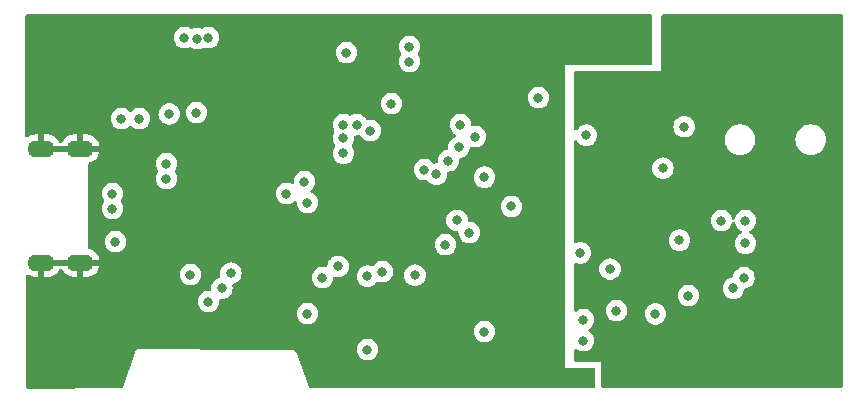
<source format=gbr>
%TF.GenerationSoftware,KiCad,Pcbnew,(6.0.0)*%
%TF.CreationDate,2022-03-10T17:49:04+08:00*%
%TF.ProjectId,st_usbAudioV1_demo,73745f75-7362-4417-9564-696f56315f64,rev?*%
%TF.SameCoordinates,Original*%
%TF.FileFunction,Copper,L3,Inr*%
%TF.FilePolarity,Positive*%
%FSLAX46Y46*%
G04 Gerber Fmt 4.6, Leading zero omitted, Abs format (unit mm)*
G04 Created by KiCad (PCBNEW (6.0.0)) date 2022-03-10 17:49:04*
%MOMM*%
%LPD*%
G01*
G04 APERTURE LIST*
%TA.AperFunction,ComponentPad*%
%ADD10O,2.300000X1.400000*%
%TD*%
%TA.AperFunction,ViaPad*%
%ADD11C,0.800000*%
%TD*%
%TA.AperFunction,ViaPad*%
%ADD12C,3.600000*%
%TD*%
G04 APERTURE END LIST*
D10*
%TO.N,GND*%
%TO.C,U8*%
X122088350Y-79074000D03*
X118811750Y-79074000D03*
X122088350Y-69422000D03*
X118811750Y-69422000D03*
%TD*%
D11*
%TO.N,GNDA*%
X173228000Y-84328000D03*
X180594000Y-86360000D03*
X183642000Y-75438000D03*
X184150000Y-76962000D03*
X184150000Y-79248000D03*
X184150000Y-81788000D03*
X182880000Y-84074000D03*
X178816000Y-87630000D03*
X176530000Y-88138000D03*
X173228000Y-88138000D03*
X173228000Y-86360000D03*
X168656000Y-81026000D03*
%TO.N,GND*%
X129286000Y-81788000D03*
%TO.N,+5V*%
X127106000Y-66882000D03*
X129632000Y-66476000D03*
X173228000Y-67564000D03*
X156316000Y-84916000D03*
X125582000Y-66882000D03*
%TO.N,GND*%
X152252000Y-79328000D03*
D12*
X120000000Y-87500000D03*
D11*
X146918000Y-73232000D03*
X146664000Y-71708000D03*
X145394000Y-72978000D03*
X140822000Y-81360000D03*
D12*
X120000000Y-60500000D03*
D11*
X157332000Y-62056000D03*
X157078000Y-78058000D03*
X151744000Y-65612000D03*
X158856000Y-62056000D03*
X148188000Y-72216000D03*
X150220000Y-65612000D03*
X139298000Y-75518000D03*
X159766000Y-70612000D03*
X132694000Y-79074000D03*
X154792000Y-71200000D03*
X159618000Y-68660000D03*
X145648000Y-74248000D03*
%TO.N,/BOOT0*%
X142600000Y-80344000D03*
%TO.N,/NRST*%
X146410000Y-86440000D03*
X155046000Y-76534000D03*
%TO.N,+3V3*%
X132008000Y-60100000D03*
X148442000Y-65612000D03*
X153997000Y-75485000D03*
X125074000Y-77296000D03*
X158602000Y-74314000D03*
X141330000Y-83392000D03*
X132948000Y-60024000D03*
X131932000Y-66374000D03*
X149966000Y-60786000D03*
X131424000Y-80090000D03*
X139552000Y-73232000D03*
X130916000Y-60024000D03*
X147680000Y-79836000D03*
%TO.N,Net-(C10-Pad1)*%
X150435852Y-80128148D03*
%TO.N,Net-(C11-Pad1)*%
X153014000Y-77550000D03*
%TO.N,+3.3VA*%
X167492000Y-83138000D03*
X160888000Y-65104000D03*
X166951000Y-79615000D03*
X172826000Y-77169000D03*
X164444000Y-78236000D03*
%TO.N,/USR*%
X144632000Y-61294000D03*
%TO.N,Net-(C21-Pad2)*%
X149966000Y-62056000D03*
D12*
%TO.N,GNDA*%
X184000000Y-60500000D03*
D11*
X166984000Y-68279000D03*
X176509000Y-77550000D03*
D12*
X184000000Y-87500000D03*
D11*
X171810000Y-67898000D03*
X181970000Y-78058000D03*
X175874000Y-80598000D03*
X169016000Y-70692000D03*
X165714000Y-72978000D03*
X180446000Y-81360000D03*
X172318000Y-62818000D03*
X164444000Y-63326000D03*
%TO.N,Net-(C24-Pad2)*%
X173588000Y-81868000D03*
X171429000Y-71073000D03*
%TO.N,Net-(C27-Pad2)*%
X164952000Y-68279000D03*
%TO.N,Net-(C31-Pad2)*%
X178414000Y-77423000D03*
%TO.N,Net-(C33-Pad1)*%
X176382000Y-75518000D03*
%TO.N,/SWDIO*%
X141076000Y-72216000D03*
%TO.N,/SWCLK*%
X141330000Y-73994000D03*
%TO.N,/TX1*%
X144378000Y-67390000D03*
%TO.N,/LCD_CS*%
X132948000Y-82376000D03*
%TO.N,/LCD_CLK*%
X152252000Y-71581000D03*
%TO.N,/LCD_MOSI*%
X151236000Y-71200000D03*
%TO.N,/LCD_RS*%
X134853000Y-79963000D03*
%TO.N,/LCD_RST*%
X134091000Y-81233000D03*
%TO.N,Net-(C33-Pad2)*%
X178414000Y-75518000D03*
%TO.N,/USB1_D+*%
X129392000Y-71962000D03*
%TO.N,/USB1_D-*%
X129392000Y-70692000D03*
%TO.N,/SCL*%
X146410000Y-80217000D03*
X143933000Y-79392000D03*
%TO.N,/UVP*%
X170794000Y-83407200D03*
X177398000Y-81233000D03*
%TO.N,Net-(R22-Pad1)*%
X178287000Y-80344000D03*
%TO.N,/SDIN*%
X153268000Y-70438000D03*
X144378000Y-69803000D03*
%TO.N,/SDOUT*%
X144378000Y-68533000D03*
X154157000Y-69295000D03*
%TO.N,/BCLK*%
X155554000Y-68406000D03*
X145521000Y-67390000D03*
%TO.N,/LRCK*%
X154284000Y-67390000D03*
X146664000Y-67898000D03*
%TO.N,Net-(C8-Pad1)*%
X164698000Y-85678000D03*
X164698000Y-83900000D03*
%TO.N,Net-(R3-Pad2)*%
X124820000Y-74502000D03*
%TO.N,Net-(R4-Pad2)*%
X124820000Y-73232000D03*
%TO.N,Net-(U4-Pad11)*%
X156316000Y-71835000D03*
%TD*%
%TA.AperFunction,Conductor*%
%TO.N,GND*%
G36*
X170482121Y-58078002D02*
G01*
X170528614Y-58131658D01*
X170540000Y-58184000D01*
X170540000Y-62184000D01*
X170519998Y-62252121D01*
X170466342Y-62298614D01*
X170414000Y-62310000D01*
X163174000Y-62310000D01*
X163174000Y-87964000D01*
X165588000Y-87964000D01*
X165656121Y-87984002D01*
X165702614Y-88037658D01*
X165714000Y-88090000D01*
X165714000Y-89551154D01*
X165693998Y-89619275D01*
X165640342Y-89665768D01*
X165588205Y-89677154D01*
X158873550Y-89688102D01*
X141594889Y-89716274D01*
X141526737Y-89696383D01*
X141480157Y-89642803D01*
X141476191Y-89633114D01*
X141469120Y-89613556D01*
X140461353Y-86826114D01*
X140458368Y-86816721D01*
X140447898Y-86778683D01*
X140445516Y-86770029D01*
X140440803Y-86762395D01*
X140440801Y-86762390D01*
X140417950Y-86725375D01*
X140413942Y-86718393D01*
X140393495Y-86679981D01*
X140393490Y-86679974D01*
X140389274Y-86672054D01*
X140383003Y-86665634D01*
X140378580Y-86659586D01*
X140373790Y-86653845D01*
X140369076Y-86646209D01*
X140330077Y-86611081D01*
X140324269Y-86605503D01*
X140314889Y-86595900D01*
X140287596Y-86567958D01*
X140279771Y-86563554D01*
X140273835Y-86558995D01*
X140267626Y-86554829D01*
X140260956Y-86548821D01*
X140252868Y-86544927D01*
X140252864Y-86544924D01*
X140213660Y-86526047D01*
X140206520Y-86522324D01*
X140168615Y-86500989D01*
X140168612Y-86500988D01*
X140160788Y-86496584D01*
X140152038Y-86494552D01*
X140145052Y-86491840D01*
X140137935Y-86489588D01*
X140129847Y-86485693D01*
X140078072Y-86477112D01*
X140070178Y-86475543D01*
X140027789Y-86465700D01*
X140027786Y-86465700D01*
X140019045Y-86463670D01*
X140010085Y-86464175D01*
X140010084Y-86464175D01*
X139966719Y-86466619D01*
X139958396Y-86466813D01*
X137218113Y-86440000D01*
X145496496Y-86440000D01*
X145497186Y-86446565D01*
X145512882Y-86595900D01*
X145516458Y-86629928D01*
X145575473Y-86811556D01*
X145670960Y-86976944D01*
X145798747Y-87118866D01*
X145953248Y-87231118D01*
X145959276Y-87233802D01*
X145959278Y-87233803D01*
X146121681Y-87306109D01*
X146127712Y-87308794D01*
X146221112Y-87328647D01*
X146308056Y-87347128D01*
X146308061Y-87347128D01*
X146314513Y-87348500D01*
X146505487Y-87348500D01*
X146511939Y-87347128D01*
X146511944Y-87347128D01*
X146598888Y-87328647D01*
X146692288Y-87308794D01*
X146698319Y-87306109D01*
X146860722Y-87233803D01*
X146860724Y-87233802D01*
X146866752Y-87231118D01*
X147021253Y-87118866D01*
X147149040Y-86976944D01*
X147244527Y-86811556D01*
X147303542Y-86629928D01*
X147307119Y-86595900D01*
X147322814Y-86446565D01*
X147323504Y-86440000D01*
X147303542Y-86250072D01*
X147244527Y-86068444D01*
X147149040Y-85903056D01*
X147021253Y-85761134D01*
X146866752Y-85648882D01*
X146860724Y-85646198D01*
X146860722Y-85646197D01*
X146698319Y-85573891D01*
X146698318Y-85573891D01*
X146692288Y-85571206D01*
X146598888Y-85551353D01*
X146511944Y-85532872D01*
X146511939Y-85532872D01*
X146505487Y-85531500D01*
X146314513Y-85531500D01*
X146308061Y-85532872D01*
X146308056Y-85532872D01*
X146221112Y-85551353D01*
X146127712Y-85571206D01*
X146121682Y-85573891D01*
X146121681Y-85573891D01*
X145959278Y-85646197D01*
X145959276Y-85646198D01*
X145953248Y-85648882D01*
X145798747Y-85761134D01*
X145670960Y-85903056D01*
X145575473Y-86068444D01*
X145516458Y-86250072D01*
X145496496Y-86440000D01*
X137218113Y-86440000D01*
X127219398Y-86342165D01*
X127214045Y-86341999D01*
X127162865Y-86339320D01*
X127162863Y-86339320D01*
X127153900Y-86338851D01*
X127145165Y-86340917D01*
X127145160Y-86340917D01*
X127113888Y-86348312D01*
X127101555Y-86350587D01*
X127060782Y-86356019D01*
X127047958Y-86361699D01*
X127025941Y-86369107D01*
X127012290Y-86372335D01*
X127004490Y-86376767D01*
X127004489Y-86376767D01*
X126976539Y-86392647D01*
X126965323Y-86398299D01*
X126935944Y-86411311D01*
X126935941Y-86411313D01*
X126927734Y-86414948D01*
X126920874Y-86420743D01*
X126917028Y-86423992D01*
X126897959Y-86437293D01*
X126885771Y-86444218D01*
X126879528Y-86450661D01*
X126857164Y-86473742D01*
X126847983Y-86482317D01*
X126823429Y-86503059D01*
X126823427Y-86503061D01*
X126816573Y-86508851D01*
X126811622Y-86516329D01*
X126811616Y-86516335D01*
X126808830Y-86520543D01*
X126794266Y-86538654D01*
X126790760Y-86542272D01*
X126790758Y-86542275D01*
X126784511Y-86548722D01*
X126765337Y-86585095D01*
X126758933Y-86595900D01*
X126741194Y-86622690D01*
X126741192Y-86622695D01*
X126736236Y-86630179D01*
X126726922Y-86660250D01*
X126717168Y-86691739D01*
X126715993Y-86695342D01*
X125715623Y-89609463D01*
X125674586Y-89667399D01*
X125608742Y-89693952D01*
X125597161Y-89694551D01*
X117631512Y-89739554D01*
X117563279Y-89719937D01*
X117516484Y-89666545D01*
X117504800Y-89613556D01*
X117504800Y-84916000D01*
X155402496Y-84916000D01*
X155422458Y-85105928D01*
X155481473Y-85287556D01*
X155576960Y-85452944D01*
X155704747Y-85594866D01*
X155859248Y-85707118D01*
X155865276Y-85709802D01*
X155865278Y-85709803D01*
X156027681Y-85782109D01*
X156033712Y-85784794D01*
X156127112Y-85804647D01*
X156214056Y-85823128D01*
X156214061Y-85823128D01*
X156220513Y-85824500D01*
X156411487Y-85824500D01*
X156417939Y-85823128D01*
X156417944Y-85823128D01*
X156504888Y-85804647D01*
X156598288Y-85784794D01*
X156604319Y-85782109D01*
X156766722Y-85709803D01*
X156766724Y-85709802D01*
X156772752Y-85707118D01*
X156927253Y-85594866D01*
X157055040Y-85452944D01*
X157150527Y-85287556D01*
X157209542Y-85105928D01*
X157229504Y-84916000D01*
X157209542Y-84726072D01*
X157150527Y-84544444D01*
X157055040Y-84379056D01*
X156927253Y-84237134D01*
X156772752Y-84124882D01*
X156766724Y-84122198D01*
X156766722Y-84122197D01*
X156604319Y-84049891D01*
X156604318Y-84049891D01*
X156598288Y-84047206D01*
X156504888Y-84027353D01*
X156417944Y-84008872D01*
X156417939Y-84008872D01*
X156411487Y-84007500D01*
X156220513Y-84007500D01*
X156214061Y-84008872D01*
X156214056Y-84008872D01*
X156127112Y-84027353D01*
X156033712Y-84047206D01*
X156027682Y-84049891D01*
X156027681Y-84049891D01*
X155865278Y-84122197D01*
X155865276Y-84122198D01*
X155859248Y-84124882D01*
X155704747Y-84237134D01*
X155576960Y-84379056D01*
X155481473Y-84544444D01*
X155422458Y-84726072D01*
X155402496Y-84916000D01*
X117504800Y-84916000D01*
X117504800Y-83392000D01*
X140416496Y-83392000D01*
X140436458Y-83581928D01*
X140495473Y-83763556D01*
X140590960Y-83928944D01*
X140718747Y-84070866D01*
X140873248Y-84183118D01*
X140879276Y-84185802D01*
X140879278Y-84185803D01*
X141041681Y-84258109D01*
X141047712Y-84260794D01*
X141141112Y-84280647D01*
X141228056Y-84299128D01*
X141228061Y-84299128D01*
X141234513Y-84300500D01*
X141425487Y-84300500D01*
X141431939Y-84299128D01*
X141431944Y-84299128D01*
X141518888Y-84280647D01*
X141612288Y-84260794D01*
X141618319Y-84258109D01*
X141780722Y-84185803D01*
X141780724Y-84185802D01*
X141786752Y-84183118D01*
X141941253Y-84070866D01*
X142069040Y-83928944D01*
X142164527Y-83763556D01*
X142223542Y-83581928D01*
X142243504Y-83392000D01*
X142236770Y-83327928D01*
X142224232Y-83208635D01*
X142224232Y-83208633D01*
X142223542Y-83202072D01*
X142164527Y-83020444D01*
X142069040Y-82855056D01*
X141989254Y-82766444D01*
X141945675Y-82718045D01*
X141945674Y-82718044D01*
X141941253Y-82713134D01*
X141786752Y-82600882D01*
X141780724Y-82598198D01*
X141780722Y-82598197D01*
X141618319Y-82525891D01*
X141618318Y-82525891D01*
X141612288Y-82523206D01*
X141518888Y-82503353D01*
X141431944Y-82484872D01*
X141431939Y-82484872D01*
X141425487Y-82483500D01*
X141234513Y-82483500D01*
X141228061Y-82484872D01*
X141228056Y-82484872D01*
X141141112Y-82503353D01*
X141047712Y-82523206D01*
X141041682Y-82525891D01*
X141041681Y-82525891D01*
X140879278Y-82598197D01*
X140879276Y-82598198D01*
X140873248Y-82600882D01*
X140718747Y-82713134D01*
X140714326Y-82718044D01*
X140714325Y-82718045D01*
X140670747Y-82766444D01*
X140590960Y-82855056D01*
X140495473Y-83020444D01*
X140436458Y-83202072D01*
X140435768Y-83208633D01*
X140435768Y-83208635D01*
X140423230Y-83327928D01*
X140416496Y-83392000D01*
X117504800Y-83392000D01*
X117504800Y-82376000D01*
X132034496Y-82376000D01*
X132035186Y-82382565D01*
X132049824Y-82521834D01*
X132054458Y-82565928D01*
X132113473Y-82747556D01*
X132208960Y-82912944D01*
X132336747Y-83054866D01*
X132491248Y-83167118D01*
X132497276Y-83169802D01*
X132497278Y-83169803D01*
X132659681Y-83242109D01*
X132665712Y-83244794D01*
X132759112Y-83264647D01*
X132846056Y-83283128D01*
X132846061Y-83283128D01*
X132852513Y-83284500D01*
X133043487Y-83284500D01*
X133049939Y-83283128D01*
X133049944Y-83283128D01*
X133136888Y-83264647D01*
X133230288Y-83244794D01*
X133236319Y-83242109D01*
X133398722Y-83169803D01*
X133398724Y-83169802D01*
X133404752Y-83167118D01*
X133559253Y-83054866D01*
X133687040Y-82912944D01*
X133782527Y-82747556D01*
X133841542Y-82565928D01*
X133846177Y-82521834D01*
X133860814Y-82382565D01*
X133861504Y-82376000D01*
X133851275Y-82278680D01*
X133864047Y-82208844D01*
X133912549Y-82156997D01*
X133981381Y-82139602D01*
X133989223Y-82140163D01*
X133995513Y-82141500D01*
X134186487Y-82141500D01*
X134192939Y-82140128D01*
X134192944Y-82140128D01*
X134279888Y-82121647D01*
X134373288Y-82101794D01*
X134379319Y-82099109D01*
X134541722Y-82026803D01*
X134541724Y-82026802D01*
X134547752Y-82024118D01*
X134566181Y-82010729D01*
X134671100Y-81934500D01*
X134702253Y-81911866D01*
X134772231Y-81834148D01*
X134825621Y-81774852D01*
X134825622Y-81774851D01*
X134830040Y-81769944D01*
X134925527Y-81604556D01*
X134984542Y-81422928D01*
X134986936Y-81400156D01*
X135003814Y-81239565D01*
X135003814Y-81239564D01*
X135004504Y-81233000D01*
X135002710Y-81215928D01*
X134985233Y-81049642D01*
X134985232Y-81049635D01*
X134984542Y-81043072D01*
X134973310Y-81008504D01*
X134971282Y-80937538D01*
X135007944Y-80876740D01*
X135066945Y-80846322D01*
X135128824Y-80833169D01*
X135128833Y-80833166D01*
X135135288Y-80831794D01*
X135182224Y-80810897D01*
X135303722Y-80756803D01*
X135303724Y-80756802D01*
X135309752Y-80754118D01*
X135317858Y-80748229D01*
X135396422Y-80691148D01*
X135464253Y-80641866D01*
X135482837Y-80621226D01*
X135587621Y-80504852D01*
X135587622Y-80504851D01*
X135592040Y-80499944D01*
X135670409Y-80364206D01*
X135682075Y-80344000D01*
X141686496Y-80344000D01*
X141687186Y-80350565D01*
X141704863Y-80518749D01*
X141706458Y-80533928D01*
X141765473Y-80715556D01*
X141860960Y-80880944D01*
X141988747Y-81022866D01*
X142025601Y-81049642D01*
X142128122Y-81124128D01*
X142143248Y-81135118D01*
X142149276Y-81137802D01*
X142149278Y-81137803D01*
X142311681Y-81210109D01*
X142317712Y-81212794D01*
X142381888Y-81226435D01*
X142498056Y-81251128D01*
X142498061Y-81251128D01*
X142504513Y-81252500D01*
X142695487Y-81252500D01*
X142701939Y-81251128D01*
X142701944Y-81251128D01*
X142818112Y-81226435D01*
X142882288Y-81212794D01*
X142888319Y-81210109D01*
X143050722Y-81137803D01*
X143050724Y-81137802D01*
X143056752Y-81135118D01*
X143071879Y-81124128D01*
X143174399Y-81049642D01*
X143211253Y-81022866D01*
X143339040Y-80880944D01*
X143434527Y-80715556D01*
X143493542Y-80533928D01*
X143495138Y-80518749D01*
X143510429Y-80373257D01*
X143537442Y-80307600D01*
X143595664Y-80266970D01*
X143661936Y-80263180D01*
X143831056Y-80299128D01*
X143831061Y-80299128D01*
X143837513Y-80300500D01*
X144028487Y-80300500D01*
X144034939Y-80299128D01*
X144034944Y-80299128D01*
X144125270Y-80279928D01*
X144215288Y-80260794D01*
X144277661Y-80233024D01*
X144313652Y-80217000D01*
X145496496Y-80217000D01*
X145497186Y-80223565D01*
X145507795Y-80324500D01*
X145516458Y-80406928D01*
X145575473Y-80588556D01*
X145670960Y-80753944D01*
X145675378Y-80758851D01*
X145675379Y-80758852D01*
X145738639Y-80829109D01*
X145798747Y-80895866D01*
X145881664Y-80956109D01*
X145938122Y-80997128D01*
X145953248Y-81008118D01*
X145959276Y-81010802D01*
X145959278Y-81010803D01*
X146121681Y-81083109D01*
X146127712Y-81085794D01*
X146221113Y-81105647D01*
X146308056Y-81124128D01*
X146308061Y-81124128D01*
X146314513Y-81125500D01*
X146505487Y-81125500D01*
X146511939Y-81124128D01*
X146511944Y-81124128D01*
X146598887Y-81105647D01*
X146692288Y-81085794D01*
X146698319Y-81083109D01*
X146860722Y-81010803D01*
X146860724Y-81010802D01*
X146866752Y-81008118D01*
X146881879Y-80997128D01*
X146938336Y-80956109D01*
X147021253Y-80895866D01*
X147081361Y-80829109D01*
X147144621Y-80758852D01*
X147144622Y-80758851D01*
X147149040Y-80753944D01*
X147165740Y-80725019D01*
X147217122Y-80676027D01*
X147286836Y-80662592D01*
X147326106Y-80672914D01*
X147391677Y-80702108D01*
X147391685Y-80702111D01*
X147397712Y-80704794D01*
X147491113Y-80724647D01*
X147578056Y-80743128D01*
X147578061Y-80743128D01*
X147584513Y-80744500D01*
X147775487Y-80744500D01*
X147781939Y-80743128D01*
X147781944Y-80743128D01*
X147868887Y-80724647D01*
X147962288Y-80704794D01*
X147992938Y-80691148D01*
X148130722Y-80629803D01*
X148130724Y-80629802D01*
X148136752Y-80627118D01*
X148291253Y-80514866D01*
X148310564Y-80493419D01*
X148414621Y-80377852D01*
X148414622Y-80377851D01*
X148419040Y-80372944D01*
X148505284Y-80223565D01*
X148511223Y-80213279D01*
X148511224Y-80213278D01*
X148514527Y-80207556D01*
X148540328Y-80128148D01*
X149522348Y-80128148D01*
X149523038Y-80134713D01*
X149540319Y-80299128D01*
X149542310Y-80318076D01*
X149601325Y-80499704D01*
X149696812Y-80665092D01*
X149701230Y-80669999D01*
X149701231Y-80670000D01*
X149790250Y-80768866D01*
X149824599Y-80807014D01*
X149855010Y-80829109D01*
X149926355Y-80880944D01*
X149979100Y-80919266D01*
X149985128Y-80921950D01*
X149985130Y-80921951D01*
X150070963Y-80960166D01*
X150153564Y-80996942D01*
X150218775Y-81010803D01*
X150333908Y-81035276D01*
X150333913Y-81035276D01*
X150340365Y-81036648D01*
X150531339Y-81036648D01*
X150537791Y-81035276D01*
X150537796Y-81035276D01*
X150652929Y-81010803D01*
X150718140Y-80996942D01*
X150800741Y-80960166D01*
X150886574Y-80921951D01*
X150886576Y-80921950D01*
X150892604Y-80919266D01*
X150945350Y-80880944D01*
X151016694Y-80829109D01*
X151047105Y-80807014D01*
X151081454Y-80768866D01*
X151170473Y-80670000D01*
X151170474Y-80669999D01*
X151174892Y-80665092D01*
X151270379Y-80499704D01*
X151329394Y-80318076D01*
X151331386Y-80299128D01*
X151348666Y-80134713D01*
X151349356Y-80128148D01*
X151343744Y-80074749D01*
X151330084Y-79944783D01*
X151330084Y-79944781D01*
X151329394Y-79938220D01*
X151270379Y-79756592D01*
X151254070Y-79728343D01*
X151206570Y-79646072D01*
X151174892Y-79591204D01*
X151140544Y-79553056D01*
X151051527Y-79454193D01*
X151051526Y-79454192D01*
X151047105Y-79449282D01*
X150927995Y-79362743D01*
X150897946Y-79340911D01*
X150897945Y-79340910D01*
X150892604Y-79337030D01*
X150886576Y-79334346D01*
X150886574Y-79334345D01*
X150724171Y-79262039D01*
X150724170Y-79262039D01*
X150718140Y-79259354D01*
X150624740Y-79239501D01*
X150537796Y-79221020D01*
X150537791Y-79221020D01*
X150531339Y-79219648D01*
X150340365Y-79219648D01*
X150333913Y-79221020D01*
X150333908Y-79221020D01*
X150246964Y-79239501D01*
X150153564Y-79259354D01*
X150147534Y-79262039D01*
X150147533Y-79262039D01*
X149985130Y-79334345D01*
X149985128Y-79334346D01*
X149979100Y-79337030D01*
X149973759Y-79340910D01*
X149973758Y-79340911D01*
X149943709Y-79362743D01*
X149824599Y-79449282D01*
X149820178Y-79454192D01*
X149820177Y-79454193D01*
X149731161Y-79553056D01*
X149696812Y-79591204D01*
X149665134Y-79646072D01*
X149617635Y-79728343D01*
X149601325Y-79756592D01*
X149542310Y-79938220D01*
X149541620Y-79944781D01*
X149541620Y-79944783D01*
X149527960Y-80074749D01*
X149522348Y-80128148D01*
X148540328Y-80128148D01*
X148573542Y-80025928D01*
X148583220Y-79933852D01*
X148592814Y-79842565D01*
X148593504Y-79836000D01*
X148585158Y-79756592D01*
X148574232Y-79652635D01*
X148574232Y-79652633D01*
X148573542Y-79646072D01*
X148514527Y-79464444D01*
X148419040Y-79299056D01*
X148291253Y-79157134D01*
X148182412Y-79078056D01*
X148142094Y-79048763D01*
X148142093Y-79048762D01*
X148136752Y-79044882D01*
X148130724Y-79042198D01*
X148130722Y-79042197D01*
X147968319Y-78969891D01*
X147968318Y-78969891D01*
X147962288Y-78967206D01*
X147862522Y-78946000D01*
X147781944Y-78928872D01*
X147781939Y-78928872D01*
X147775487Y-78927500D01*
X147584513Y-78927500D01*
X147578061Y-78928872D01*
X147578056Y-78928872D01*
X147497478Y-78946000D01*
X147397712Y-78967206D01*
X147391682Y-78969891D01*
X147391681Y-78969891D01*
X147229278Y-79042197D01*
X147229276Y-79042198D01*
X147223248Y-79044882D01*
X147217907Y-79048762D01*
X147217906Y-79048763D01*
X147177588Y-79078056D01*
X147068747Y-79157134D01*
X146940960Y-79299056D01*
X146924261Y-79327980D01*
X146872878Y-79376973D01*
X146803164Y-79390408D01*
X146763894Y-79380086D01*
X146698323Y-79350892D01*
X146698315Y-79350889D01*
X146692288Y-79348206D01*
X146594324Y-79327383D01*
X146511944Y-79309872D01*
X146511939Y-79309872D01*
X146505487Y-79308500D01*
X146314513Y-79308500D01*
X146308061Y-79309872D01*
X146308056Y-79309872D01*
X146225676Y-79327383D01*
X146127712Y-79348206D01*
X146121682Y-79350891D01*
X146121681Y-79350891D01*
X145959278Y-79423197D01*
X145959276Y-79423198D01*
X145953248Y-79425882D01*
X145947907Y-79429762D01*
X145947906Y-79429763D01*
X145926385Y-79445399D01*
X145798747Y-79538134D01*
X145794326Y-79543044D01*
X145794325Y-79543045D01*
X145695175Y-79653163D01*
X145670960Y-79680056D01*
X145630076Y-79750869D01*
X145580926Y-79836000D01*
X145575473Y-79845444D01*
X145516458Y-80027072D01*
X145515768Y-80033633D01*
X145515768Y-80033635D01*
X145502570Y-80159206D01*
X145496496Y-80217000D01*
X144313652Y-80217000D01*
X144383722Y-80185803D01*
X144383724Y-80185802D01*
X144389752Y-80183118D01*
X144544253Y-80070866D01*
X144612182Y-79995423D01*
X144667621Y-79933852D01*
X144667622Y-79933851D01*
X144672040Y-79928944D01*
X144767527Y-79763556D01*
X144826542Y-79581928D01*
X144830093Y-79548148D01*
X144845814Y-79398565D01*
X144846504Y-79392000D01*
X144841134Y-79340911D01*
X144827232Y-79208635D01*
X144827232Y-79208633D01*
X144826542Y-79202072D01*
X144767527Y-79020444D01*
X144672040Y-78855056D01*
X144650728Y-78831386D01*
X144548675Y-78718045D01*
X144548674Y-78718044D01*
X144544253Y-78713134D01*
X144417559Y-78621085D01*
X144395094Y-78604763D01*
X144395093Y-78604762D01*
X144389752Y-78600882D01*
X144383724Y-78598198D01*
X144383722Y-78598197D01*
X144221319Y-78525891D01*
X144221318Y-78525891D01*
X144215288Y-78523206D01*
X144121888Y-78503353D01*
X144034944Y-78484872D01*
X144034939Y-78484872D01*
X144028487Y-78483500D01*
X143837513Y-78483500D01*
X143831061Y-78484872D01*
X143831056Y-78484872D01*
X143744112Y-78503353D01*
X143650712Y-78523206D01*
X143644682Y-78525891D01*
X143644681Y-78525891D01*
X143482278Y-78598197D01*
X143482276Y-78598198D01*
X143476248Y-78600882D01*
X143470907Y-78604762D01*
X143470906Y-78604763D01*
X143448441Y-78621085D01*
X143321747Y-78713134D01*
X143317326Y-78718044D01*
X143317325Y-78718045D01*
X143215273Y-78831386D01*
X143193960Y-78855056D01*
X143098473Y-79020444D01*
X143039458Y-79202072D01*
X143038768Y-79208633D01*
X143038768Y-79208635D01*
X143022571Y-79362743D01*
X142995558Y-79428400D01*
X142937336Y-79469030D01*
X142871064Y-79472820D01*
X142701944Y-79436872D01*
X142701939Y-79436872D01*
X142695487Y-79435500D01*
X142504513Y-79435500D01*
X142498061Y-79436872D01*
X142498056Y-79436872D01*
X142416570Y-79454193D01*
X142317712Y-79475206D01*
X142311682Y-79477891D01*
X142311681Y-79477891D01*
X142149278Y-79550197D01*
X142149276Y-79550198D01*
X142143248Y-79552882D01*
X142137907Y-79556762D01*
X142137906Y-79556763D01*
X142090172Y-79591444D01*
X141988747Y-79665134D01*
X141984326Y-79670044D01*
X141984325Y-79670045D01*
X141894975Y-79769279D01*
X141860960Y-79807056D01*
X141846190Y-79832638D01*
X141770926Y-79963000D01*
X141765473Y-79972444D01*
X141706458Y-80154072D01*
X141705768Y-80160633D01*
X141705768Y-80160635D01*
X141688149Y-80328271D01*
X141686496Y-80344000D01*
X135682075Y-80344000D01*
X135684223Y-80340279D01*
X135684224Y-80340278D01*
X135687527Y-80334556D01*
X135746542Y-80152928D01*
X135748457Y-80134713D01*
X135765814Y-79969565D01*
X135766504Y-79963000D01*
X135746542Y-79773072D01*
X135687527Y-79591444D01*
X135667647Y-79557010D01*
X135608285Y-79454193D01*
X135592040Y-79426056D01*
X135559943Y-79390408D01*
X135468675Y-79289045D01*
X135468674Y-79289044D01*
X135464253Y-79284134D01*
X135342664Y-79195794D01*
X135315094Y-79175763D01*
X135315093Y-79175762D01*
X135309752Y-79171882D01*
X135303724Y-79169198D01*
X135303722Y-79169197D01*
X135141319Y-79096891D01*
X135141318Y-79096891D01*
X135135288Y-79094206D01*
X135041888Y-79074353D01*
X134954944Y-79055872D01*
X134954939Y-79055872D01*
X134948487Y-79054500D01*
X134757513Y-79054500D01*
X134751061Y-79055872D01*
X134751056Y-79055872D01*
X134664112Y-79074353D01*
X134570712Y-79094206D01*
X134564682Y-79096891D01*
X134564681Y-79096891D01*
X134402278Y-79169197D01*
X134402276Y-79169198D01*
X134396248Y-79171882D01*
X134390907Y-79175762D01*
X134390906Y-79175763D01*
X134363336Y-79195794D01*
X134241747Y-79284134D01*
X134237326Y-79289044D01*
X134237325Y-79289045D01*
X134146058Y-79390408D01*
X134113960Y-79426056D01*
X134097715Y-79454193D01*
X134038354Y-79557010D01*
X134018473Y-79591444D01*
X133959458Y-79773072D01*
X133939496Y-79963000D01*
X133940186Y-79969565D01*
X133957544Y-80134713D01*
X133959458Y-80152928D01*
X133970690Y-80187496D01*
X133972718Y-80258462D01*
X133936056Y-80319260D01*
X133877055Y-80349678D01*
X133815176Y-80362831D01*
X133815167Y-80362834D01*
X133808712Y-80364206D01*
X133802682Y-80366891D01*
X133802681Y-80366891D01*
X133640278Y-80439197D01*
X133640276Y-80439198D01*
X133634248Y-80441882D01*
X133628907Y-80445762D01*
X133628906Y-80445763D01*
X133607169Y-80461556D01*
X133479747Y-80554134D01*
X133475326Y-80559044D01*
X133475325Y-80559045D01*
X133384989Y-80659374D01*
X133351960Y-80696056D01*
X133309923Y-80768866D01*
X133271122Y-80836072D01*
X133256473Y-80861444D01*
X133197458Y-81043072D01*
X133196768Y-81049633D01*
X133196768Y-81049635D01*
X133179290Y-81215928D01*
X133177496Y-81233000D01*
X133187725Y-81330320D01*
X133174953Y-81400156D01*
X133126451Y-81452003D01*
X133057619Y-81469398D01*
X133049777Y-81468837D01*
X133043487Y-81467500D01*
X132852513Y-81467500D01*
X132846061Y-81468872D01*
X132846056Y-81468872D01*
X132759112Y-81487353D01*
X132665712Y-81507206D01*
X132659682Y-81509891D01*
X132659681Y-81509891D01*
X132497278Y-81582197D01*
X132497276Y-81582198D01*
X132491248Y-81584882D01*
X132485907Y-81588762D01*
X132485906Y-81588763D01*
X132464169Y-81604556D01*
X132336747Y-81697134D01*
X132208960Y-81839056D01*
X132113473Y-82004444D01*
X132054458Y-82186072D01*
X132053768Y-82192633D01*
X132053768Y-82192635D01*
X132045720Y-82269206D01*
X132034496Y-82376000D01*
X117504800Y-82376000D01*
X117504800Y-80190315D01*
X117524802Y-80122194D01*
X117578458Y-80075701D01*
X117648732Y-80065597D01*
X117697756Y-80083578D01*
X117806354Y-80151702D01*
X117816324Y-80156782D01*
X118005982Y-80233024D01*
X118016682Y-80236255D01*
X118217821Y-80277908D01*
X118226957Y-80279111D01*
X118275240Y-80281895D01*
X118278887Y-80282000D01*
X118539635Y-80282000D01*
X118554874Y-80277525D01*
X118556079Y-80276135D01*
X118557750Y-80268452D01*
X118557750Y-80263885D01*
X119065750Y-80263885D01*
X119070225Y-80279124D01*
X119071615Y-80280329D01*
X119079298Y-80282000D01*
X119313661Y-80282000D01*
X119319256Y-80281751D01*
X119470938Y-80268213D01*
X119481952Y-80266232D01*
X119679116Y-80212293D01*
X119689589Y-80208399D01*
X119874091Y-80120396D01*
X119883720Y-80114701D01*
X120049713Y-79995423D01*
X120058178Y-79988116D01*
X120200434Y-79841320D01*
X120207464Y-79832638D01*
X120321475Y-79662972D01*
X120326863Y-79653171D01*
X120336003Y-79632349D01*
X120381700Y-79578014D01*
X120449518Y-79557010D01*
X120517927Y-79576005D01*
X120563342Y-79625206D01*
X120611707Y-79718912D01*
X120617692Y-79728343D01*
X120742135Y-79890520D01*
X120749702Y-79898749D01*
X120900889Y-80036319D01*
X120909800Y-80043082D01*
X121082954Y-80151701D01*
X121092924Y-80156782D01*
X121282582Y-80233024D01*
X121293282Y-80236255D01*
X121494421Y-80277908D01*
X121503557Y-80279111D01*
X121551840Y-80281895D01*
X121555487Y-80282000D01*
X121816235Y-80282000D01*
X121831474Y-80277525D01*
X121832679Y-80276135D01*
X121834350Y-80268452D01*
X121834350Y-80263885D01*
X122342350Y-80263885D01*
X122346825Y-80279124D01*
X122348215Y-80280329D01*
X122355898Y-80282000D01*
X122590261Y-80282000D01*
X122595856Y-80281751D01*
X122747538Y-80268213D01*
X122758552Y-80266232D01*
X122955716Y-80212293D01*
X122966189Y-80208399D01*
X123150691Y-80120396D01*
X123160320Y-80114701D01*
X123194695Y-80090000D01*
X130510496Y-80090000D01*
X130511186Y-80096565D01*
X130529019Y-80266232D01*
X130530458Y-80279928D01*
X130589473Y-80461556D01*
X130684960Y-80626944D01*
X130689378Y-80631851D01*
X130689379Y-80631852D01*
X130773268Y-80725020D01*
X130812747Y-80768866D01*
X130895664Y-80829109D01*
X130948820Y-80867729D01*
X130967248Y-80881118D01*
X130973276Y-80883802D01*
X130973278Y-80883803D01*
X131093970Y-80937538D01*
X131141712Y-80958794D01*
X131235113Y-80978647D01*
X131322056Y-80997128D01*
X131322061Y-80997128D01*
X131328513Y-80998500D01*
X131519487Y-80998500D01*
X131525939Y-80997128D01*
X131525944Y-80997128D01*
X131612887Y-80978647D01*
X131706288Y-80958794D01*
X131754030Y-80937538D01*
X131874722Y-80883803D01*
X131874724Y-80883802D01*
X131880752Y-80881118D01*
X131899181Y-80867729D01*
X131952336Y-80829109D01*
X132035253Y-80768866D01*
X132074732Y-80725020D01*
X132158621Y-80631852D01*
X132158622Y-80631851D01*
X132163040Y-80626944D01*
X132258527Y-80461556D01*
X132317542Y-80279928D01*
X132318982Y-80266232D01*
X132336814Y-80096565D01*
X132337504Y-80090000D01*
X132322241Y-79944783D01*
X132318232Y-79906635D01*
X132318232Y-79906633D01*
X132317542Y-79900072D01*
X132258527Y-79718444D01*
X132163040Y-79553056D01*
X132084656Y-79466001D01*
X132039675Y-79416045D01*
X132039674Y-79416044D01*
X132035253Y-79411134D01*
X131919980Y-79327383D01*
X131886094Y-79302763D01*
X131886093Y-79302762D01*
X131880752Y-79298882D01*
X131874724Y-79296198D01*
X131874722Y-79296197D01*
X131712319Y-79223891D01*
X131712318Y-79223891D01*
X131706288Y-79221206D01*
X131586735Y-79195794D01*
X131525944Y-79182872D01*
X131525939Y-79182872D01*
X131519487Y-79181500D01*
X131328513Y-79181500D01*
X131322061Y-79182872D01*
X131322056Y-79182872D01*
X131261265Y-79195794D01*
X131141712Y-79221206D01*
X131135682Y-79223891D01*
X131135681Y-79223891D01*
X130973278Y-79296197D01*
X130973276Y-79296198D01*
X130967248Y-79298882D01*
X130961907Y-79302762D01*
X130961906Y-79302763D01*
X130928020Y-79327383D01*
X130812747Y-79411134D01*
X130808326Y-79416044D01*
X130808325Y-79416045D01*
X130763345Y-79466001D01*
X130684960Y-79553056D01*
X130589473Y-79718444D01*
X130530458Y-79900072D01*
X130529768Y-79906633D01*
X130529768Y-79906635D01*
X130525759Y-79944783D01*
X130510496Y-80090000D01*
X123194695Y-80090000D01*
X123326313Y-79995423D01*
X123334778Y-79988116D01*
X123477034Y-79841320D01*
X123484064Y-79832638D01*
X123598075Y-79662972D01*
X123603467Y-79653163D01*
X123685625Y-79466001D01*
X123689191Y-79455406D01*
X123715550Y-79345615D01*
X123714845Y-79331530D01*
X123705966Y-79328000D01*
X122360465Y-79328000D01*
X122345226Y-79332475D01*
X122344021Y-79333865D01*
X122342350Y-79341548D01*
X122342350Y-80263885D01*
X121834350Y-80263885D01*
X121834350Y-79346115D01*
X121829875Y-79330876D01*
X121828485Y-79329671D01*
X121820802Y-79328000D01*
X120452533Y-79328000D01*
X120452533Y-79327383D01*
X120445413Y-79328239D01*
X120440265Y-79328000D01*
X119083865Y-79328000D01*
X119068626Y-79332475D01*
X119067421Y-79333865D01*
X119065750Y-79341548D01*
X119065750Y-80263885D01*
X118557750Y-80263885D01*
X118557750Y-78946000D01*
X118577752Y-78877879D01*
X118631408Y-78831386D01*
X118683750Y-78820000D01*
X120447567Y-78820000D01*
X120447567Y-78820617D01*
X120454687Y-78819761D01*
X120459835Y-78820000D01*
X123706052Y-78820000D01*
X123719583Y-78816027D01*
X123720654Y-78808579D01*
X123662972Y-78621085D01*
X123658751Y-78610740D01*
X123564993Y-78429088D01*
X123559008Y-78419657D01*
X123434565Y-78257480D01*
X123426998Y-78249251D01*
X123275811Y-78111681D01*
X123266900Y-78104918D01*
X123093746Y-77996299D01*
X123083776Y-77991218D01*
X122894118Y-77914976D01*
X122878045Y-77910123D01*
X122878793Y-77907646D01*
X122825778Y-77879365D01*
X122791147Y-77817388D01*
X122788000Y-77789405D01*
X122788000Y-77296000D01*
X124160496Y-77296000D01*
X124161186Y-77302565D01*
X124175894Y-77442500D01*
X124180458Y-77485928D01*
X124239473Y-77667556D01*
X124242776Y-77673278D01*
X124242777Y-77673279D01*
X124270109Y-77720619D01*
X124334960Y-77832944D01*
X124339378Y-77837851D01*
X124339379Y-77837852D01*
X124436412Y-77945618D01*
X124462747Y-77974866D01*
X124617248Y-78087118D01*
X124623276Y-78089802D01*
X124623278Y-78089803D01*
X124785681Y-78162109D01*
X124791712Y-78164794D01*
X124885112Y-78184647D01*
X124972056Y-78203128D01*
X124972061Y-78203128D01*
X124978513Y-78204500D01*
X125169487Y-78204500D01*
X125175939Y-78203128D01*
X125175944Y-78203128D01*
X125262888Y-78184647D01*
X125356288Y-78164794D01*
X125362319Y-78162109D01*
X125524722Y-78089803D01*
X125524724Y-78089802D01*
X125530752Y-78087118D01*
X125685253Y-77974866D01*
X125711588Y-77945618D01*
X125808621Y-77837852D01*
X125808622Y-77837851D01*
X125813040Y-77832944D01*
X125877891Y-77720619D01*
X125905223Y-77673279D01*
X125905224Y-77673278D01*
X125908527Y-77667556D01*
X125946724Y-77550000D01*
X152100496Y-77550000D01*
X152101186Y-77556565D01*
X152118429Y-77720619D01*
X152120458Y-77739928D01*
X152179473Y-77921556D01*
X152274960Y-78086944D01*
X152279378Y-78091851D01*
X152279379Y-78091852D01*
X152313113Y-78129317D01*
X152402747Y-78228866D01*
X152557248Y-78341118D01*
X152563276Y-78343802D01*
X152563278Y-78343803D01*
X152679125Y-78395381D01*
X152731712Y-78418794D01*
X152825113Y-78438647D01*
X152912056Y-78457128D01*
X152912061Y-78457128D01*
X152918513Y-78458500D01*
X153109487Y-78458500D01*
X153115939Y-78457128D01*
X153115944Y-78457128D01*
X153202887Y-78438647D01*
X153296288Y-78418794D01*
X153348875Y-78395381D01*
X153464722Y-78343803D01*
X153464724Y-78343802D01*
X153470752Y-78341118D01*
X153625253Y-78228866D01*
X153714887Y-78129317D01*
X153748621Y-78091852D01*
X153748622Y-78091851D01*
X153753040Y-78086944D01*
X153848527Y-77921556D01*
X153907542Y-77739928D01*
X153909572Y-77720619D01*
X153926814Y-77556565D01*
X153927504Y-77550000D01*
X153916456Y-77444882D01*
X153908232Y-77366635D01*
X153908232Y-77366633D01*
X153907542Y-77360072D01*
X153848527Y-77178444D01*
X153753040Y-77013056D01*
X153673254Y-76924444D01*
X153629675Y-76876045D01*
X153629674Y-76876044D01*
X153625253Y-76871134D01*
X153470752Y-76758882D01*
X153464724Y-76756198D01*
X153464722Y-76756197D01*
X153302319Y-76683891D01*
X153302318Y-76683891D01*
X153296288Y-76681206D01*
X153202888Y-76661353D01*
X153115944Y-76642872D01*
X153115939Y-76642872D01*
X153109487Y-76641500D01*
X152918513Y-76641500D01*
X152912061Y-76642872D01*
X152912056Y-76642872D01*
X152825112Y-76661353D01*
X152731712Y-76681206D01*
X152725682Y-76683891D01*
X152725681Y-76683891D01*
X152563278Y-76756197D01*
X152563276Y-76756198D01*
X152557248Y-76758882D01*
X152402747Y-76871134D01*
X152398326Y-76876044D01*
X152398325Y-76876045D01*
X152354747Y-76924444D01*
X152274960Y-77013056D01*
X152179473Y-77178444D01*
X152120458Y-77360072D01*
X152119768Y-77366633D01*
X152119768Y-77366635D01*
X152111544Y-77444882D01*
X152100496Y-77550000D01*
X125946724Y-77550000D01*
X125967542Y-77485928D01*
X125972107Y-77442500D01*
X125986814Y-77302565D01*
X125987504Y-77296000D01*
X125986814Y-77289435D01*
X125968232Y-77112635D01*
X125968232Y-77112633D01*
X125967542Y-77106072D01*
X125908527Y-76924444D01*
X125813040Y-76759056D01*
X125787064Y-76730206D01*
X125689675Y-76622045D01*
X125689674Y-76622044D01*
X125685253Y-76617134D01*
X125570829Y-76534000D01*
X125536094Y-76508763D01*
X125536093Y-76508762D01*
X125530752Y-76504882D01*
X125524724Y-76502198D01*
X125524722Y-76502197D01*
X125362319Y-76429891D01*
X125362318Y-76429891D01*
X125356288Y-76427206D01*
X125262887Y-76407353D01*
X125175944Y-76388872D01*
X125175939Y-76388872D01*
X125169487Y-76387500D01*
X124978513Y-76387500D01*
X124972061Y-76388872D01*
X124972056Y-76388872D01*
X124885113Y-76407353D01*
X124791712Y-76427206D01*
X124785682Y-76429891D01*
X124785681Y-76429891D01*
X124623278Y-76502197D01*
X124623276Y-76502198D01*
X124617248Y-76504882D01*
X124611907Y-76508762D01*
X124611906Y-76508763D01*
X124577171Y-76534000D01*
X124462747Y-76617134D01*
X124458326Y-76622044D01*
X124458325Y-76622045D01*
X124360937Y-76730206D01*
X124334960Y-76759056D01*
X124239473Y-76924444D01*
X124180458Y-77106072D01*
X124179768Y-77112633D01*
X124179768Y-77112635D01*
X124161186Y-77289435D01*
X124160496Y-77296000D01*
X122788000Y-77296000D01*
X122788000Y-75485000D01*
X153083496Y-75485000D01*
X153084186Y-75491565D01*
X153099515Y-75637409D01*
X153103458Y-75674928D01*
X153162473Y-75856556D01*
X153257960Y-76021944D01*
X153262378Y-76026851D01*
X153262379Y-76026852D01*
X153381325Y-76158955D01*
X153385747Y-76163866D01*
X153540248Y-76276118D01*
X153546276Y-76278802D01*
X153546278Y-76278803D01*
X153708681Y-76351109D01*
X153714712Y-76353794D01*
X153808113Y-76373647D01*
X153895056Y-76392128D01*
X153895061Y-76392128D01*
X153901513Y-76393500D01*
X154007326Y-76393500D01*
X154075447Y-76413502D01*
X154121940Y-76467158D01*
X154130696Y-76520829D01*
X154133186Y-76520829D01*
X154133186Y-76527435D01*
X154132496Y-76534000D01*
X154133186Y-76540565D01*
X154147824Y-76679834D01*
X154152458Y-76723928D01*
X154211473Y-76905556D01*
X154306960Y-77070944D01*
X154311378Y-77075851D01*
X154311379Y-77075852D01*
X154338589Y-77106072D01*
X154434747Y-77212866D01*
X154533843Y-77284864D01*
X154558207Y-77302565D01*
X154589248Y-77325118D01*
X154595276Y-77327802D01*
X154595278Y-77327803D01*
X154757681Y-77400109D01*
X154763712Y-77402794D01*
X154857113Y-77422647D01*
X154944056Y-77441128D01*
X154944061Y-77441128D01*
X154950513Y-77442500D01*
X155141487Y-77442500D01*
X155147939Y-77441128D01*
X155147944Y-77441128D01*
X155234887Y-77422647D01*
X155328288Y-77402794D01*
X155334319Y-77400109D01*
X155496722Y-77327803D01*
X155496724Y-77327802D01*
X155502752Y-77325118D01*
X155533794Y-77302565D01*
X155558157Y-77284864D01*
X155657253Y-77212866D01*
X155753411Y-77106072D01*
X155780621Y-77075852D01*
X155780622Y-77075851D01*
X155785040Y-77070944D01*
X155880527Y-76905556D01*
X155939542Y-76723928D01*
X155944177Y-76679834D01*
X155958814Y-76540565D01*
X155959504Y-76534000D01*
X155948280Y-76427206D01*
X155940232Y-76350635D01*
X155940232Y-76350633D01*
X155939542Y-76344072D01*
X155880527Y-76162444D01*
X155785040Y-75997056D01*
X155663687Y-75862279D01*
X155661675Y-75860045D01*
X155661674Y-75860044D01*
X155657253Y-75855134D01*
X155502752Y-75742882D01*
X155496724Y-75740198D01*
X155496722Y-75740197D01*
X155334319Y-75667891D01*
X155334318Y-75667891D01*
X155328288Y-75665206D01*
X155234887Y-75645353D01*
X155147944Y-75626872D01*
X155147939Y-75626872D01*
X155141487Y-75625500D01*
X155035674Y-75625500D01*
X154967553Y-75605498D01*
X154921060Y-75551842D01*
X154912304Y-75498171D01*
X154909814Y-75498171D01*
X154909814Y-75491565D01*
X154910504Y-75485000D01*
X154898501Y-75370794D01*
X154891232Y-75301635D01*
X154891232Y-75301633D01*
X154890542Y-75295072D01*
X154831527Y-75113444D01*
X154736040Y-74948056D01*
X154608253Y-74806134D01*
X154509157Y-74734136D01*
X154459094Y-74697763D01*
X154459093Y-74697762D01*
X154453752Y-74693882D01*
X154447724Y-74691198D01*
X154447722Y-74691197D01*
X154285319Y-74618891D01*
X154285318Y-74618891D01*
X154279288Y-74616206D01*
X154185888Y-74596353D01*
X154098944Y-74577872D01*
X154098939Y-74577872D01*
X154092487Y-74576500D01*
X153901513Y-74576500D01*
X153895061Y-74577872D01*
X153895056Y-74577872D01*
X153808112Y-74596353D01*
X153714712Y-74616206D01*
X153708682Y-74618891D01*
X153708681Y-74618891D01*
X153546278Y-74691197D01*
X153546276Y-74691198D01*
X153540248Y-74693882D01*
X153534907Y-74697762D01*
X153534906Y-74697763D01*
X153484843Y-74734136D01*
X153385747Y-74806134D01*
X153257960Y-74948056D01*
X153162473Y-75113444D01*
X153103458Y-75295072D01*
X153102768Y-75301633D01*
X153102768Y-75301635D01*
X153095499Y-75370794D01*
X153083496Y-75485000D01*
X122788000Y-75485000D01*
X122788000Y-74502000D01*
X123906496Y-74502000D01*
X123907186Y-74508565D01*
X123924863Y-74676749D01*
X123926458Y-74691928D01*
X123985473Y-74873556D01*
X124080960Y-75038944D01*
X124208747Y-75180866D01*
X124264163Y-75221128D01*
X124357297Y-75288794D01*
X124363248Y-75293118D01*
X124369276Y-75295802D01*
X124369278Y-75295803D01*
X124531681Y-75368109D01*
X124537712Y-75370794D01*
X124631113Y-75390647D01*
X124718056Y-75409128D01*
X124718061Y-75409128D01*
X124724513Y-75410500D01*
X124915487Y-75410500D01*
X124921939Y-75409128D01*
X124921944Y-75409128D01*
X125008887Y-75390647D01*
X125102288Y-75370794D01*
X125108319Y-75368109D01*
X125270722Y-75295803D01*
X125270724Y-75295802D01*
X125276752Y-75293118D01*
X125282704Y-75288794D01*
X125375837Y-75221128D01*
X125431253Y-75180866D01*
X125559040Y-75038944D01*
X125654527Y-74873556D01*
X125713542Y-74691928D01*
X125715138Y-74676749D01*
X125732814Y-74508565D01*
X125733504Y-74502000D01*
X125713542Y-74312072D01*
X125654527Y-74130444D01*
X125559040Y-73965056D01*
X125546662Y-73951309D01*
X125515946Y-73887303D01*
X125524710Y-73816850D01*
X125546661Y-73782693D01*
X125559040Y-73768944D01*
X125654527Y-73603556D01*
X125713542Y-73421928D01*
X125715125Y-73406872D01*
X125732814Y-73238565D01*
X125733504Y-73232000D01*
X138638496Y-73232000D01*
X138639186Y-73238565D01*
X138656876Y-73406872D01*
X138658458Y-73421928D01*
X138717473Y-73603556D01*
X138812960Y-73768944D01*
X138817375Y-73773847D01*
X138817379Y-73773852D01*
X138844589Y-73804072D01*
X138940747Y-73910866D01*
X139015333Y-73965056D01*
X139064207Y-74000565D01*
X139095248Y-74023118D01*
X139101276Y-74025802D01*
X139101278Y-74025803D01*
X139263681Y-74098109D01*
X139269712Y-74100794D01*
X139363112Y-74120647D01*
X139450056Y-74139128D01*
X139450061Y-74139128D01*
X139456513Y-74140500D01*
X139647487Y-74140500D01*
X139653939Y-74139128D01*
X139653944Y-74139128D01*
X139740888Y-74120647D01*
X139834288Y-74100794D01*
X139840319Y-74098109D01*
X140002722Y-74025803D01*
X140002724Y-74025802D01*
X140008752Y-74023118D01*
X140039794Y-74000565D01*
X140088667Y-73965056D01*
X140163253Y-73910866D01*
X140200378Y-73869635D01*
X140260820Y-73832397D01*
X140331803Y-73833748D01*
X140390788Y-73873261D01*
X140419047Y-73938392D01*
X140419321Y-73967115D01*
X140417186Y-73987432D01*
X140416496Y-73994000D01*
X140417186Y-74000565D01*
X140431894Y-74140500D01*
X140436458Y-74183928D01*
X140495473Y-74365556D01*
X140590960Y-74530944D01*
X140718747Y-74672866D01*
X140873248Y-74785118D01*
X140879276Y-74787802D01*
X140879278Y-74787803D01*
X140931481Y-74811045D01*
X141047712Y-74862794D01*
X141141113Y-74882647D01*
X141228056Y-74901128D01*
X141228061Y-74901128D01*
X141234513Y-74902500D01*
X141425487Y-74902500D01*
X141431939Y-74901128D01*
X141431944Y-74901128D01*
X141518887Y-74882647D01*
X141612288Y-74862794D01*
X141728519Y-74811045D01*
X141780722Y-74787803D01*
X141780724Y-74787802D01*
X141786752Y-74785118D01*
X141941253Y-74672866D01*
X142069040Y-74530944D01*
X142164527Y-74365556D01*
X142181279Y-74314000D01*
X157688496Y-74314000D01*
X157708458Y-74503928D01*
X157767473Y-74685556D01*
X157862960Y-74850944D01*
X157990747Y-74992866D01*
X158145248Y-75105118D01*
X158151276Y-75107802D01*
X158151278Y-75107803D01*
X158304351Y-75175955D01*
X158319712Y-75182794D01*
X158413113Y-75202647D01*
X158500056Y-75221128D01*
X158500061Y-75221128D01*
X158506513Y-75222500D01*
X158697487Y-75222500D01*
X158703939Y-75221128D01*
X158703944Y-75221128D01*
X158790887Y-75202647D01*
X158884288Y-75182794D01*
X158899649Y-75175955D01*
X159052722Y-75107803D01*
X159052724Y-75107802D01*
X159058752Y-75105118D01*
X159213253Y-74992866D01*
X159341040Y-74850944D01*
X159436527Y-74685556D01*
X159495542Y-74503928D01*
X159515504Y-74314000D01*
X159497269Y-74140500D01*
X159496232Y-74130635D01*
X159496232Y-74130633D01*
X159495542Y-74124072D01*
X159436527Y-73942444D01*
X159421924Y-73917150D01*
X159360427Y-73810635D01*
X159341040Y-73777056D01*
X159328588Y-73763226D01*
X159217675Y-73640045D01*
X159217674Y-73640044D01*
X159213253Y-73635134D01*
X159058752Y-73522882D01*
X159052724Y-73520198D01*
X159052722Y-73520197D01*
X158890319Y-73447891D01*
X158890318Y-73447891D01*
X158884288Y-73445206D01*
X158790887Y-73425353D01*
X158703944Y-73406872D01*
X158703939Y-73406872D01*
X158697487Y-73405500D01*
X158506513Y-73405500D01*
X158500061Y-73406872D01*
X158500056Y-73406872D01*
X158413113Y-73425353D01*
X158319712Y-73445206D01*
X158313682Y-73447891D01*
X158313681Y-73447891D01*
X158151278Y-73520197D01*
X158151276Y-73520198D01*
X158145248Y-73522882D01*
X157990747Y-73635134D01*
X157986326Y-73640044D01*
X157986325Y-73640045D01*
X157875413Y-73763226D01*
X157862960Y-73777056D01*
X157843573Y-73810635D01*
X157782077Y-73917150D01*
X157767473Y-73942444D01*
X157708458Y-74124072D01*
X157707768Y-74130633D01*
X157707768Y-74130635D01*
X157706731Y-74140500D01*
X157688496Y-74314000D01*
X142181279Y-74314000D01*
X142223542Y-74183928D01*
X142228107Y-74140500D01*
X142242814Y-74000565D01*
X142243504Y-73994000D01*
X142235427Y-73917150D01*
X142224232Y-73810635D01*
X142224232Y-73810633D01*
X142223542Y-73804072D01*
X142164527Y-73622444D01*
X142069040Y-73457056D01*
X142043064Y-73428206D01*
X141945675Y-73320045D01*
X141945674Y-73320044D01*
X141941253Y-73315134D01*
X141817795Y-73225436D01*
X141792094Y-73206763D01*
X141792093Y-73206762D01*
X141786752Y-73202882D01*
X141780724Y-73200198D01*
X141780722Y-73200197D01*
X141661566Y-73147146D01*
X141607471Y-73101166D01*
X141586821Y-73033239D01*
X141606173Y-72964931D01*
X141638752Y-72930104D01*
X141687253Y-72894866D01*
X141815040Y-72752944D01*
X141910527Y-72587556D01*
X141969542Y-72405928D01*
X141972814Y-72374803D01*
X141988814Y-72222565D01*
X141988814Y-72222564D01*
X141989504Y-72216000D01*
X141978280Y-72109206D01*
X141970232Y-72032635D01*
X141970232Y-72032633D01*
X141969542Y-72026072D01*
X141910527Y-71844444D01*
X141905075Y-71835000D01*
X141818341Y-71684774D01*
X141815040Y-71679056D01*
X141735254Y-71590444D01*
X141691675Y-71542045D01*
X141691674Y-71542044D01*
X141687253Y-71537134D01*
X141532752Y-71424882D01*
X141526724Y-71422198D01*
X141526722Y-71422197D01*
X141364319Y-71349891D01*
X141364318Y-71349891D01*
X141358288Y-71347206D01*
X141263227Y-71327000D01*
X141177944Y-71308872D01*
X141177939Y-71308872D01*
X141171487Y-71307500D01*
X140980513Y-71307500D01*
X140974061Y-71308872D01*
X140974056Y-71308872D01*
X140888773Y-71327000D01*
X140793712Y-71347206D01*
X140787682Y-71349891D01*
X140787681Y-71349891D01*
X140625278Y-71422197D01*
X140625276Y-71422198D01*
X140619248Y-71424882D01*
X140464747Y-71537134D01*
X140460326Y-71542044D01*
X140460325Y-71542045D01*
X140416747Y-71590444D01*
X140336960Y-71679056D01*
X140333659Y-71684774D01*
X140246926Y-71835000D01*
X140241473Y-71844444D01*
X140182458Y-72026072D01*
X140181768Y-72032633D01*
X140181768Y-72032635D01*
X140173720Y-72109206D01*
X140162496Y-72216000D01*
X140167107Y-72259866D01*
X140172028Y-72306690D01*
X140159256Y-72376529D01*
X140110754Y-72428376D01*
X140041921Y-72445770D01*
X139995469Y-72434968D01*
X139840319Y-72365891D01*
X139840318Y-72365891D01*
X139834288Y-72363206D01*
X139721721Y-72339279D01*
X139653944Y-72324872D01*
X139653939Y-72324872D01*
X139647487Y-72323500D01*
X139456513Y-72323500D01*
X139450061Y-72324872D01*
X139450056Y-72324872D01*
X139382279Y-72339279D01*
X139269712Y-72363206D01*
X139263682Y-72365891D01*
X139263681Y-72365891D01*
X139101278Y-72438197D01*
X139101276Y-72438198D01*
X139095248Y-72440882D01*
X139089907Y-72444762D01*
X139089906Y-72444763D01*
X139081093Y-72451166D01*
X138940747Y-72553134D01*
X138936326Y-72558044D01*
X138936325Y-72558045D01*
X138858257Y-72644749D01*
X138812960Y-72695056D01*
X138717473Y-72860444D01*
X138658458Y-73042072D01*
X138657768Y-73048633D01*
X138657768Y-73048635D01*
X138649720Y-73125206D01*
X138638496Y-73232000D01*
X125733504Y-73232000D01*
X125722280Y-73125206D01*
X125714232Y-73048635D01*
X125714232Y-73048633D01*
X125713542Y-73042072D01*
X125654527Y-72860444D01*
X125559040Y-72695056D01*
X125513744Y-72644749D01*
X125435675Y-72558045D01*
X125435674Y-72558044D01*
X125431253Y-72553134D01*
X125290907Y-72451166D01*
X125282094Y-72444763D01*
X125282093Y-72444762D01*
X125276752Y-72440882D01*
X125270724Y-72438198D01*
X125270722Y-72438197D01*
X125108319Y-72365891D01*
X125108318Y-72365891D01*
X125102288Y-72363206D01*
X124989721Y-72339279D01*
X124921944Y-72324872D01*
X124921939Y-72324872D01*
X124915487Y-72323500D01*
X124724513Y-72323500D01*
X124718061Y-72324872D01*
X124718056Y-72324872D01*
X124650279Y-72339279D01*
X124537712Y-72363206D01*
X124531682Y-72365891D01*
X124531681Y-72365891D01*
X124369278Y-72438197D01*
X124369276Y-72438198D01*
X124363248Y-72440882D01*
X124357907Y-72444762D01*
X124357906Y-72444763D01*
X124349093Y-72451166D01*
X124208747Y-72553134D01*
X124204326Y-72558044D01*
X124204325Y-72558045D01*
X124126257Y-72644749D01*
X124080960Y-72695056D01*
X123985473Y-72860444D01*
X123926458Y-73042072D01*
X123925768Y-73048633D01*
X123925768Y-73048635D01*
X123917720Y-73125206D01*
X123906496Y-73232000D01*
X123907186Y-73238565D01*
X123924876Y-73406872D01*
X123926458Y-73421928D01*
X123985473Y-73603556D01*
X124080960Y-73768944D01*
X124093338Y-73782691D01*
X124124054Y-73846697D01*
X124115290Y-73917150D01*
X124093339Y-73951307D01*
X124080960Y-73965056D01*
X123985473Y-74130444D01*
X123926458Y-74312072D01*
X123906496Y-74502000D01*
X122788000Y-74502000D01*
X122788000Y-71962000D01*
X128478496Y-71962000D01*
X128479186Y-71968565D01*
X128493894Y-72108500D01*
X128498458Y-72151928D01*
X128557473Y-72333556D01*
X128560776Y-72339278D01*
X128560777Y-72339279D01*
X128582470Y-72376852D01*
X128652960Y-72498944D01*
X128657378Y-72503851D01*
X128657379Y-72503852D01*
X128749753Y-72606444D01*
X128780747Y-72640866D01*
X128848578Y-72690148D01*
X128920122Y-72742128D01*
X128935248Y-72753118D01*
X128941276Y-72755802D01*
X128941278Y-72755803D01*
X129013756Y-72788072D01*
X129109712Y-72830794D01*
X129203112Y-72850647D01*
X129290056Y-72869128D01*
X129290061Y-72869128D01*
X129296513Y-72870500D01*
X129487487Y-72870500D01*
X129493939Y-72869128D01*
X129493944Y-72869128D01*
X129580888Y-72850647D01*
X129674288Y-72830794D01*
X129770244Y-72788072D01*
X129842722Y-72755803D01*
X129842724Y-72755802D01*
X129848752Y-72753118D01*
X129863879Y-72742128D01*
X129935422Y-72690148D01*
X130003253Y-72640866D01*
X130034247Y-72606444D01*
X130126621Y-72503852D01*
X130126622Y-72503851D01*
X130131040Y-72498944D01*
X130201530Y-72376852D01*
X130223223Y-72339279D01*
X130223224Y-72339278D01*
X130226527Y-72333556D01*
X130285542Y-72151928D01*
X130290107Y-72108500D01*
X130304814Y-71968565D01*
X130305504Y-71962000D01*
X130303380Y-71941794D01*
X130286232Y-71778635D01*
X130286232Y-71778633D01*
X130285542Y-71772072D01*
X130226527Y-71590444D01*
X130221075Y-71581000D01*
X130189314Y-71525990D01*
X130131040Y-71425056D01*
X130118662Y-71411309D01*
X130087946Y-71347303D01*
X130096710Y-71276850D01*
X130118661Y-71242693D01*
X130131040Y-71228944D01*
X130147751Y-71200000D01*
X150322496Y-71200000D01*
X150323186Y-71206565D01*
X150340455Y-71370866D01*
X150342458Y-71389928D01*
X150401473Y-71571556D01*
X150404776Y-71577278D01*
X150404777Y-71577279D01*
X150409074Y-71584721D01*
X150496960Y-71736944D01*
X150501378Y-71741851D01*
X150501379Y-71741852D01*
X150527559Y-71770928D01*
X150624747Y-71878866D01*
X150711360Y-71941794D01*
X150748207Y-71968565D01*
X150779248Y-71991118D01*
X150785276Y-71993802D01*
X150785278Y-71993803D01*
X150872497Y-72032635D01*
X150953712Y-72068794D01*
X151047113Y-72088647D01*
X151134056Y-72107128D01*
X151134061Y-72107128D01*
X151140513Y-72108500D01*
X151331487Y-72108500D01*
X151337939Y-72107128D01*
X151337944Y-72107128D01*
X151405515Y-72092765D01*
X151476306Y-72098167D01*
X151525347Y-72131702D01*
X151640747Y-72259866D01*
X151728331Y-72323500D01*
X151782982Y-72363206D01*
X151795248Y-72372118D01*
X151801276Y-72374802D01*
X151801278Y-72374803D01*
X151949695Y-72440882D01*
X151969712Y-72449794D01*
X152063113Y-72469647D01*
X152150056Y-72488128D01*
X152150061Y-72488128D01*
X152156513Y-72489500D01*
X152347487Y-72489500D01*
X152353939Y-72488128D01*
X152353944Y-72488128D01*
X152440887Y-72469647D01*
X152534288Y-72449794D01*
X152554305Y-72440882D01*
X152702722Y-72374803D01*
X152702724Y-72374802D01*
X152708752Y-72372118D01*
X152721019Y-72363206D01*
X152775669Y-72323500D01*
X152863253Y-72259866D01*
X152902750Y-72216000D01*
X152986621Y-72122852D01*
X152986622Y-72122851D01*
X152991040Y-72117944D01*
X153077284Y-71968565D01*
X153083223Y-71958279D01*
X153083224Y-71958278D01*
X153086527Y-71952556D01*
X153124724Y-71835000D01*
X155402496Y-71835000D01*
X155403186Y-71841565D01*
X155419187Y-71993803D01*
X155422458Y-72024928D01*
X155481473Y-72206556D01*
X155484776Y-72212278D01*
X155484777Y-72212279D01*
X155490715Y-72222564D01*
X155576960Y-72371944D01*
X155581378Y-72376851D01*
X155581379Y-72376852D01*
X155633707Y-72434968D01*
X155704747Y-72513866D01*
X155859248Y-72626118D01*
X155865276Y-72628802D01*
X155865278Y-72628803D01*
X155901094Y-72644749D01*
X156033712Y-72703794D01*
X156127112Y-72723647D01*
X156214056Y-72742128D01*
X156214061Y-72742128D01*
X156220513Y-72743500D01*
X156411487Y-72743500D01*
X156417939Y-72742128D01*
X156417944Y-72742128D01*
X156504888Y-72723647D01*
X156598288Y-72703794D01*
X156730906Y-72644749D01*
X156766722Y-72628803D01*
X156766724Y-72628802D01*
X156772752Y-72626118D01*
X156927253Y-72513866D01*
X156998293Y-72434968D01*
X157050621Y-72376852D01*
X157050622Y-72376851D01*
X157055040Y-72371944D01*
X157141285Y-72222564D01*
X157147223Y-72212279D01*
X157147224Y-72212278D01*
X157150527Y-72206556D01*
X157209542Y-72024928D01*
X157212814Y-71993803D01*
X157228814Y-71841565D01*
X157229504Y-71835000D01*
X157209542Y-71645072D01*
X157150527Y-71463444D01*
X157055040Y-71298056D01*
X157005188Y-71242689D01*
X156931675Y-71161045D01*
X156931674Y-71161044D01*
X156927253Y-71156134D01*
X156799831Y-71063556D01*
X156778094Y-71047763D01*
X156778093Y-71047762D01*
X156772752Y-71043882D01*
X156766724Y-71041198D01*
X156766722Y-71041197D01*
X156604319Y-70968891D01*
X156604318Y-70968891D01*
X156598288Y-70966206D01*
X156501284Y-70945587D01*
X156417944Y-70927872D01*
X156417939Y-70927872D01*
X156411487Y-70926500D01*
X156220513Y-70926500D01*
X156214061Y-70927872D01*
X156214056Y-70927872D01*
X156130716Y-70945587D01*
X156033712Y-70966206D01*
X156027682Y-70968891D01*
X156027681Y-70968891D01*
X155865278Y-71041197D01*
X155865276Y-71041198D01*
X155859248Y-71043882D01*
X155853907Y-71047762D01*
X155853906Y-71047763D01*
X155832169Y-71063556D01*
X155704747Y-71156134D01*
X155700326Y-71161044D01*
X155700325Y-71161045D01*
X155626813Y-71242689D01*
X155576960Y-71298056D01*
X155481473Y-71463444D01*
X155422458Y-71645072D01*
X155402496Y-71835000D01*
X153124724Y-71835000D01*
X153145542Y-71770928D01*
X153147546Y-71751866D01*
X153164814Y-71587565D01*
X153165504Y-71581000D01*
X153160894Y-71537134D01*
X153155485Y-71485670D01*
X153168258Y-71415832D01*
X153216760Y-71363985D01*
X153280795Y-71346500D01*
X153363487Y-71346500D01*
X153369939Y-71345128D01*
X153369944Y-71345128D01*
X153456888Y-71326647D01*
X153550288Y-71306794D01*
X153617544Y-71276850D01*
X153718722Y-71231803D01*
X153718724Y-71231802D01*
X153724752Y-71229118D01*
X153755794Y-71206565D01*
X153830550Y-71152251D01*
X153879253Y-71116866D01*
X153918750Y-71073000D01*
X154002621Y-70979852D01*
X154002622Y-70979851D01*
X154007040Y-70974944D01*
X154091622Y-70828444D01*
X154099223Y-70815279D01*
X154099224Y-70815278D01*
X154102527Y-70809556D01*
X154161542Y-70627928D01*
X154164145Y-70603168D01*
X154180814Y-70444565D01*
X154181504Y-70438000D01*
X154176894Y-70394134D01*
X154170806Y-70336212D01*
X154183578Y-70266374D01*
X154232080Y-70214527D01*
X154269919Y-70199795D01*
X154332996Y-70186387D01*
X154439288Y-70163794D01*
X154469938Y-70150148D01*
X154607722Y-70088803D01*
X154607724Y-70088802D01*
X154613752Y-70086118D01*
X154632181Y-70072729D01*
X154730682Y-70001163D01*
X154768253Y-69973866D01*
X154896040Y-69831944D01*
X154954314Y-69731010D01*
X154988223Y-69672279D01*
X154988224Y-69672278D01*
X154991527Y-69666556D01*
X155050542Y-69484928D01*
X155055503Y-69437729D01*
X155063400Y-69362593D01*
X155090413Y-69296936D01*
X155148635Y-69256307D01*
X155219580Y-69253604D01*
X155239958Y-69260657D01*
X155265677Y-69272108D01*
X155265685Y-69272111D01*
X155271712Y-69274794D01*
X155335888Y-69288435D01*
X155452056Y-69313128D01*
X155452061Y-69313128D01*
X155458513Y-69314500D01*
X155649487Y-69314500D01*
X155655939Y-69313128D01*
X155655944Y-69313128D01*
X155772112Y-69288435D01*
X155836288Y-69274794D01*
X155855914Y-69266056D01*
X156004722Y-69199803D01*
X156004724Y-69199802D01*
X156010752Y-69197118D01*
X156165253Y-69084866D01*
X156293040Y-68942944D01*
X156388527Y-68777556D01*
X156447542Y-68595928D01*
X156449138Y-68580749D01*
X156466814Y-68412565D01*
X156467504Y-68406000D01*
X156466786Y-68399173D01*
X156448232Y-68222635D01*
X156448232Y-68222633D01*
X156447542Y-68216072D01*
X156388527Y-68034444D01*
X156293040Y-67869056D01*
X156165253Y-67727134D01*
X156010752Y-67614882D01*
X156004724Y-67612198D01*
X156004722Y-67612197D01*
X155842319Y-67539891D01*
X155842318Y-67539891D01*
X155836288Y-67537206D01*
X155742888Y-67517353D01*
X155655944Y-67498872D01*
X155655939Y-67498872D01*
X155649487Y-67497500D01*
X155458513Y-67497500D01*
X155452053Y-67498873D01*
X155452054Y-67498873D01*
X155349010Y-67520775D01*
X155278220Y-67515373D01*
X155221587Y-67472556D01*
X155197094Y-67405918D01*
X155196814Y-67397528D01*
X155196814Y-67396565D01*
X155197504Y-67390000D01*
X155196366Y-67379176D01*
X155178232Y-67206635D01*
X155178232Y-67206633D01*
X155177542Y-67200072D01*
X155118527Y-67018444D01*
X155023040Y-66853056D01*
X154895253Y-66711134D01*
X154740752Y-66598882D01*
X154734724Y-66596198D01*
X154734722Y-66596197D01*
X154572319Y-66523891D01*
X154572318Y-66523891D01*
X154566288Y-66521206D01*
X154472887Y-66501353D01*
X154385944Y-66482872D01*
X154385939Y-66482872D01*
X154379487Y-66481500D01*
X154188513Y-66481500D01*
X154182061Y-66482872D01*
X154182056Y-66482872D01*
X154095113Y-66501353D01*
X154001712Y-66521206D01*
X153995682Y-66523891D01*
X153995681Y-66523891D01*
X153833278Y-66596197D01*
X153833276Y-66596198D01*
X153827248Y-66598882D01*
X153672747Y-66711134D01*
X153544960Y-66853056D01*
X153449473Y-67018444D01*
X153390458Y-67200072D01*
X153389768Y-67206633D01*
X153389768Y-67206635D01*
X153371634Y-67379176D01*
X153370496Y-67390000D01*
X153371186Y-67396565D01*
X153388863Y-67564749D01*
X153390458Y-67579928D01*
X153449473Y-67761556D01*
X153544960Y-67926944D01*
X153672747Y-68068866D01*
X153771843Y-68140864D01*
X153808820Y-68167729D01*
X153827248Y-68181118D01*
X153833274Y-68183801D01*
X153833281Y-68183805D01*
X153867683Y-68199121D01*
X153921779Y-68245101D01*
X153942429Y-68313028D01*
X153923077Y-68381336D01*
X153867684Y-68429335D01*
X153706278Y-68501197D01*
X153706276Y-68501198D01*
X153700248Y-68503882D01*
X153694907Y-68507762D01*
X153694906Y-68507763D01*
X153669205Y-68526436D01*
X153545747Y-68616134D01*
X153541326Y-68621044D01*
X153541325Y-68621045D01*
X153443937Y-68729206D01*
X153417960Y-68758056D01*
X153322473Y-68923444D01*
X153263458Y-69105072D01*
X153262768Y-69111633D01*
X153262768Y-69111635D01*
X153244186Y-69288435D01*
X153243496Y-69295000D01*
X153244186Y-69301565D01*
X153254194Y-69396788D01*
X153241422Y-69466626D01*
X153192920Y-69518473D01*
X153155081Y-69533205D01*
X153092004Y-69546613D01*
X152985712Y-69569206D01*
X152979682Y-69571891D01*
X152979681Y-69571891D01*
X152817278Y-69644197D01*
X152817276Y-69644198D01*
X152811248Y-69646882D01*
X152805907Y-69650762D01*
X152805906Y-69650763D01*
X152784169Y-69666556D01*
X152656747Y-69759134D01*
X152652326Y-69764044D01*
X152652325Y-69764045D01*
X152607345Y-69814001D01*
X152528960Y-69901056D01*
X152487939Y-69972107D01*
X152442244Y-70051253D01*
X152433473Y-70066444D01*
X152374458Y-70248072D01*
X152373768Y-70254633D01*
X152373768Y-70254635D01*
X152365720Y-70331206D01*
X152354496Y-70438000D01*
X152355186Y-70444565D01*
X152364515Y-70533330D01*
X152351742Y-70603168D01*
X152303240Y-70655015D01*
X152239205Y-70672500D01*
X152156513Y-70672500D01*
X152150061Y-70673872D01*
X152150056Y-70673872D01*
X152082485Y-70688235D01*
X152011694Y-70682833D01*
X151962652Y-70649298D01*
X151949071Y-70634214D01*
X151847253Y-70521134D01*
X151732829Y-70438000D01*
X151698094Y-70412763D01*
X151698093Y-70412762D01*
X151692752Y-70408882D01*
X151686724Y-70406198D01*
X151686722Y-70406197D01*
X151524319Y-70333891D01*
X151524318Y-70333891D01*
X151518288Y-70331206D01*
X151424887Y-70311353D01*
X151337944Y-70292872D01*
X151337939Y-70292872D01*
X151331487Y-70291500D01*
X151140513Y-70291500D01*
X151134061Y-70292872D01*
X151134056Y-70292872D01*
X151047113Y-70311353D01*
X150953712Y-70331206D01*
X150947682Y-70333891D01*
X150947681Y-70333891D01*
X150785278Y-70406197D01*
X150785276Y-70406198D01*
X150779248Y-70408882D01*
X150773907Y-70412762D01*
X150773906Y-70412763D01*
X150739171Y-70438000D01*
X150624747Y-70521134D01*
X150620326Y-70526044D01*
X150620325Y-70526045D01*
X150522937Y-70634206D01*
X150496960Y-70663056D01*
X150401473Y-70828444D01*
X150342458Y-71010072D01*
X150341768Y-71016633D01*
X150341768Y-71016635D01*
X150327515Y-71152251D01*
X150322496Y-71200000D01*
X130147751Y-71200000D01*
X130198584Y-71111955D01*
X130223223Y-71069279D01*
X130223224Y-71069278D01*
X130226527Y-71063556D01*
X130285542Y-70881928D01*
X130303455Y-70711500D01*
X130304814Y-70698565D01*
X130305504Y-70692000D01*
X130303599Y-70673872D01*
X130286232Y-70508635D01*
X130286232Y-70508633D01*
X130285542Y-70502072D01*
X130226527Y-70320444D01*
X130131040Y-70155056D01*
X130051254Y-70066444D01*
X130007675Y-70018045D01*
X130007674Y-70018044D01*
X130003253Y-70013134D01*
X129848752Y-69900882D01*
X129842724Y-69898198D01*
X129842722Y-69898197D01*
X129680319Y-69825891D01*
X129680318Y-69825891D01*
X129674288Y-69823206D01*
X129579227Y-69803000D01*
X143464496Y-69803000D01*
X143465186Y-69809565D01*
X143482863Y-69977749D01*
X143484458Y-69992928D01*
X143543473Y-70174556D01*
X143638960Y-70339944D01*
X143643378Y-70344851D01*
X143643379Y-70344852D01*
X143762325Y-70476955D01*
X143766747Y-70481866D01*
X143921248Y-70594118D01*
X143927276Y-70596802D01*
X143927278Y-70596803D01*
X144065062Y-70658148D01*
X144095712Y-70671794D01*
X144189112Y-70691647D01*
X144276056Y-70710128D01*
X144276061Y-70710128D01*
X144282513Y-70711500D01*
X144473487Y-70711500D01*
X144479939Y-70710128D01*
X144479944Y-70710128D01*
X144566888Y-70691647D01*
X144660288Y-70671794D01*
X144690938Y-70658148D01*
X144828722Y-70596803D01*
X144828724Y-70596802D01*
X144834752Y-70594118D01*
X144989253Y-70481866D01*
X144993675Y-70476955D01*
X145112621Y-70344852D01*
X145112622Y-70344851D01*
X145117040Y-70339944D01*
X145212527Y-70174556D01*
X145271542Y-69992928D01*
X145273138Y-69977749D01*
X145290814Y-69809565D01*
X145291504Y-69803000D01*
X145289599Y-69784872D01*
X145272232Y-69619635D01*
X145272232Y-69619633D01*
X145271542Y-69613072D01*
X145212527Y-69431444D01*
X145117040Y-69266056D01*
X145104662Y-69252309D01*
X145073946Y-69188303D01*
X145082710Y-69117850D01*
X145104661Y-69083693D01*
X145117040Y-69069944D01*
X145190364Y-68942944D01*
X145209223Y-68910279D01*
X145209224Y-68910278D01*
X145212527Y-68904556D01*
X145271542Y-68722928D01*
X145274814Y-68691803D01*
X145290814Y-68539565D01*
X145291504Y-68533000D01*
X145281275Y-68435680D01*
X145294047Y-68365844D01*
X145342549Y-68313997D01*
X145411381Y-68296602D01*
X145419223Y-68297163D01*
X145425513Y-68298500D01*
X145616487Y-68298500D01*
X145622939Y-68297128D01*
X145622944Y-68297128D01*
X145715962Y-68277356D01*
X145731533Y-68274046D01*
X145802324Y-68279448D01*
X145858956Y-68322265D01*
X145866849Y-68334293D01*
X145924960Y-68434944D01*
X145929378Y-68439851D01*
X145929379Y-68439852D01*
X145955559Y-68468928D01*
X146052747Y-68576866D01*
X146207248Y-68689118D01*
X146213276Y-68691802D01*
X146213278Y-68691803D01*
X146351062Y-68753148D01*
X146381712Y-68766794D01*
X146475112Y-68786647D01*
X146562056Y-68805128D01*
X146562061Y-68805128D01*
X146568513Y-68806500D01*
X146759487Y-68806500D01*
X146765939Y-68805128D01*
X146765944Y-68805128D01*
X146852888Y-68786647D01*
X146946288Y-68766794D01*
X146976938Y-68753148D01*
X147114722Y-68691803D01*
X147114724Y-68691802D01*
X147120752Y-68689118D01*
X147275253Y-68576866D01*
X147372441Y-68468928D01*
X147398621Y-68439852D01*
X147398622Y-68439851D01*
X147403040Y-68434944D01*
X147492816Y-68279448D01*
X147495223Y-68275279D01*
X147495224Y-68275278D01*
X147498527Y-68269556D01*
X147557542Y-68087928D01*
X147559138Y-68072749D01*
X147576814Y-67904565D01*
X147577504Y-67898000D01*
X147573946Y-67864148D01*
X147558232Y-67714635D01*
X147558232Y-67714633D01*
X147557542Y-67708072D01*
X147498527Y-67526444D01*
X147403040Y-67361056D01*
X147314964Y-67263237D01*
X147279675Y-67224045D01*
X147279674Y-67224044D01*
X147275253Y-67219134D01*
X147120752Y-67106882D01*
X147114724Y-67104198D01*
X147114722Y-67104197D01*
X146952319Y-67031891D01*
X146952318Y-67031891D01*
X146946288Y-67029206D01*
X146842881Y-67007226D01*
X146765944Y-66990872D01*
X146765939Y-66990872D01*
X146759487Y-66989500D01*
X146568513Y-66989500D01*
X146562061Y-66990872D01*
X146562056Y-66990872D01*
X146485119Y-67007226D01*
X146458219Y-67012944D01*
X146453467Y-67013954D01*
X146382676Y-67008552D01*
X146326044Y-66965735D01*
X146318151Y-66953707D01*
X146276751Y-66882000D01*
X146260040Y-66853056D01*
X146132253Y-66711134D01*
X145977752Y-66598882D01*
X145971724Y-66596198D01*
X145971722Y-66596197D01*
X145809319Y-66523891D01*
X145809318Y-66523891D01*
X145803288Y-66521206D01*
X145709887Y-66501353D01*
X145622944Y-66482872D01*
X145622939Y-66482872D01*
X145616487Y-66481500D01*
X145425513Y-66481500D01*
X145419061Y-66482872D01*
X145419056Y-66482872D01*
X145332113Y-66501353D01*
X145238712Y-66521206D01*
X145232682Y-66523891D01*
X145232681Y-66523891D01*
X145070278Y-66596197D01*
X145070276Y-66596198D01*
X145064248Y-66598882D01*
X145058907Y-66602762D01*
X145058906Y-66602763D01*
X145023561Y-66628443D01*
X144956694Y-66652301D01*
X144887542Y-66636221D01*
X144875439Y-66628443D01*
X144840094Y-66602763D01*
X144840093Y-66602762D01*
X144834752Y-66598882D01*
X144828724Y-66596198D01*
X144828722Y-66596197D01*
X144666319Y-66523891D01*
X144666318Y-66523891D01*
X144660288Y-66521206D01*
X144566887Y-66501353D01*
X144479944Y-66482872D01*
X144479939Y-66482872D01*
X144473487Y-66481500D01*
X144282513Y-66481500D01*
X144276061Y-66482872D01*
X144276056Y-66482872D01*
X144189113Y-66501353D01*
X144095712Y-66521206D01*
X144089682Y-66523891D01*
X144089681Y-66523891D01*
X143927278Y-66596197D01*
X143927276Y-66596198D01*
X143921248Y-66598882D01*
X143766747Y-66711134D01*
X143638960Y-66853056D01*
X143543473Y-67018444D01*
X143484458Y-67200072D01*
X143483768Y-67206633D01*
X143483768Y-67206635D01*
X143465634Y-67379176D01*
X143464496Y-67390000D01*
X143465186Y-67396565D01*
X143482863Y-67564749D01*
X143484458Y-67579928D01*
X143543473Y-67761556D01*
X143546776Y-67767278D01*
X143546777Y-67767279D01*
X143622538Y-67898500D01*
X143639276Y-67967495D01*
X143622538Y-68024499D01*
X143543473Y-68161444D01*
X143484458Y-68343072D01*
X143483768Y-68349633D01*
X143483768Y-68349635D01*
X143474802Y-68434944D01*
X143464496Y-68533000D01*
X143465186Y-68539565D01*
X143481187Y-68691803D01*
X143484458Y-68722928D01*
X143543473Y-68904556D01*
X143546776Y-68910278D01*
X143546777Y-68910279D01*
X143565636Y-68942944D01*
X143638960Y-69069944D01*
X143651338Y-69083691D01*
X143682054Y-69147697D01*
X143673290Y-69218150D01*
X143651339Y-69252307D01*
X143638960Y-69266056D01*
X143543473Y-69431444D01*
X143484458Y-69613072D01*
X143483768Y-69619633D01*
X143483768Y-69619635D01*
X143466401Y-69784872D01*
X143464496Y-69803000D01*
X129579227Y-69803000D01*
X129493944Y-69784872D01*
X129493939Y-69784872D01*
X129487487Y-69783500D01*
X129296513Y-69783500D01*
X129290061Y-69784872D01*
X129290056Y-69784872D01*
X129204773Y-69803000D01*
X129109712Y-69823206D01*
X129103682Y-69825891D01*
X129103681Y-69825891D01*
X128941278Y-69898197D01*
X128941276Y-69898198D01*
X128935248Y-69900882D01*
X128780747Y-70013134D01*
X128776326Y-70018044D01*
X128776325Y-70018045D01*
X128732747Y-70066444D01*
X128652960Y-70155056D01*
X128557473Y-70320444D01*
X128498458Y-70502072D01*
X128497768Y-70508633D01*
X128497768Y-70508635D01*
X128480401Y-70673872D01*
X128478496Y-70692000D01*
X128479186Y-70698565D01*
X128480546Y-70711500D01*
X128498458Y-70881928D01*
X128557473Y-71063556D01*
X128560776Y-71069278D01*
X128560777Y-71069279D01*
X128585416Y-71111955D01*
X128652960Y-71228944D01*
X128665338Y-71242691D01*
X128696054Y-71306697D01*
X128687290Y-71377150D01*
X128665339Y-71411307D01*
X128652960Y-71425056D01*
X128594686Y-71525990D01*
X128562926Y-71581000D01*
X128557473Y-71590444D01*
X128498458Y-71772072D01*
X128497768Y-71778633D01*
X128497768Y-71778635D01*
X128480620Y-71941794D01*
X128478496Y-71962000D01*
X122788000Y-71962000D01*
X122788000Y-70702335D01*
X122808002Y-70634214D01*
X122861658Y-70587721D01*
X122880752Y-70580801D01*
X122955716Y-70560293D01*
X122966189Y-70556399D01*
X123150691Y-70468396D01*
X123160320Y-70462701D01*
X123326313Y-70343423D01*
X123334778Y-70336116D01*
X123477034Y-70189320D01*
X123484064Y-70180638D01*
X123598075Y-70010972D01*
X123603467Y-70001163D01*
X123685625Y-69814001D01*
X123689191Y-69803406D01*
X123715550Y-69693615D01*
X123714845Y-69679530D01*
X123705966Y-69676000D01*
X120452533Y-69676000D01*
X120452533Y-69675383D01*
X120445413Y-69676239D01*
X120440265Y-69676000D01*
X118683750Y-69676000D01*
X118615629Y-69655998D01*
X118569136Y-69602342D01*
X118557750Y-69550000D01*
X118557750Y-69149885D01*
X119065750Y-69149885D01*
X119070225Y-69165124D01*
X119071615Y-69166329D01*
X119079298Y-69168000D01*
X120447567Y-69168000D01*
X120447567Y-69168617D01*
X120454687Y-69167761D01*
X120459835Y-69168000D01*
X121816235Y-69168000D01*
X121831474Y-69163525D01*
X121832679Y-69162135D01*
X121834350Y-69154452D01*
X121834350Y-69149885D01*
X122342350Y-69149885D01*
X122346825Y-69165124D01*
X122348215Y-69166329D01*
X122355898Y-69168000D01*
X123706052Y-69168000D01*
X123719583Y-69164027D01*
X123720654Y-69156579D01*
X123662972Y-68969085D01*
X123658751Y-68958740D01*
X123564993Y-68777088D01*
X123559008Y-68767657D01*
X123434565Y-68605480D01*
X123426998Y-68597251D01*
X123275811Y-68459681D01*
X123266900Y-68452918D01*
X123093746Y-68344299D01*
X123083776Y-68339218D01*
X122894118Y-68262976D01*
X122883418Y-68259745D01*
X122682279Y-68218092D01*
X122673143Y-68216889D01*
X122624860Y-68214105D01*
X122621213Y-68214000D01*
X122360465Y-68214000D01*
X122345226Y-68218475D01*
X122344021Y-68219865D01*
X122342350Y-68227548D01*
X122342350Y-69149885D01*
X121834350Y-69149885D01*
X121834350Y-68232115D01*
X121829875Y-68216876D01*
X121828485Y-68215671D01*
X121820802Y-68214000D01*
X121586439Y-68214000D01*
X121580844Y-68214249D01*
X121429162Y-68227787D01*
X121418148Y-68229768D01*
X121220984Y-68283707D01*
X121210511Y-68287601D01*
X121026009Y-68375604D01*
X121016380Y-68381299D01*
X120850387Y-68500577D01*
X120841922Y-68507884D01*
X120699666Y-68654680D01*
X120692636Y-68663362D01*
X120578625Y-68833028D01*
X120573237Y-68842829D01*
X120564097Y-68863651D01*
X120518400Y-68917986D01*
X120450582Y-68938990D01*
X120382173Y-68919995D01*
X120336758Y-68870794D01*
X120288393Y-68777088D01*
X120282408Y-68767657D01*
X120157965Y-68605480D01*
X120150398Y-68597251D01*
X119999211Y-68459681D01*
X119990300Y-68452918D01*
X119817146Y-68344299D01*
X119807176Y-68339218D01*
X119617518Y-68262976D01*
X119606818Y-68259745D01*
X119405679Y-68218092D01*
X119396543Y-68216889D01*
X119348260Y-68214105D01*
X119344613Y-68214000D01*
X119083865Y-68214000D01*
X119068626Y-68218475D01*
X119067421Y-68219865D01*
X119065750Y-68227548D01*
X119065750Y-69149885D01*
X118557750Y-69149885D01*
X118557750Y-68232115D01*
X118553275Y-68216876D01*
X118551885Y-68215671D01*
X118544202Y-68214000D01*
X118309839Y-68214000D01*
X118304244Y-68214249D01*
X118152562Y-68227787D01*
X118141548Y-68229768D01*
X117944384Y-68283707D01*
X117933911Y-68287601D01*
X117749409Y-68375604D01*
X117739780Y-68381299D01*
X117653526Y-68443279D01*
X117586535Y-68466787D01*
X117517468Y-68450345D01*
X117468255Y-68399173D01*
X117454000Y-68340957D01*
X117454000Y-66882000D01*
X124668496Y-66882000D01*
X124669186Y-66888565D01*
X124686863Y-67056749D01*
X124688458Y-67071928D01*
X124747473Y-67253556D01*
X124842960Y-67418944D01*
X124847378Y-67423851D01*
X124847379Y-67423852D01*
X124891232Y-67472556D01*
X124970747Y-67560866D01*
X125125248Y-67673118D01*
X125131276Y-67675802D01*
X125131278Y-67675803D01*
X125280086Y-67742056D01*
X125299712Y-67750794D01*
X125393112Y-67770647D01*
X125480056Y-67789128D01*
X125480061Y-67789128D01*
X125486513Y-67790500D01*
X125677487Y-67790500D01*
X125683939Y-67789128D01*
X125683944Y-67789128D01*
X125770888Y-67770647D01*
X125864288Y-67750794D01*
X125883914Y-67742056D01*
X126032722Y-67675803D01*
X126032724Y-67675802D01*
X126038752Y-67673118D01*
X126193253Y-67560866D01*
X126250365Y-67497436D01*
X126310810Y-67460198D01*
X126381794Y-67461550D01*
X126437634Y-67497436D01*
X126494747Y-67560866D01*
X126649248Y-67673118D01*
X126655276Y-67675802D01*
X126655278Y-67675803D01*
X126804086Y-67742056D01*
X126823712Y-67750794D01*
X126917112Y-67770647D01*
X127004056Y-67789128D01*
X127004061Y-67789128D01*
X127010513Y-67790500D01*
X127201487Y-67790500D01*
X127207939Y-67789128D01*
X127207944Y-67789128D01*
X127294888Y-67770647D01*
X127388288Y-67750794D01*
X127407914Y-67742056D01*
X127556722Y-67675803D01*
X127556724Y-67675802D01*
X127562752Y-67673118D01*
X127717253Y-67560866D01*
X127796768Y-67472556D01*
X127840621Y-67423852D01*
X127840622Y-67423851D01*
X127845040Y-67418944D01*
X127940527Y-67253556D01*
X127999542Y-67071928D01*
X128001138Y-67056749D01*
X128018814Y-66888565D01*
X128019504Y-66882000D01*
X128002062Y-66716045D01*
X128000232Y-66698635D01*
X128000232Y-66698633D01*
X127999542Y-66692072D01*
X127940527Y-66510444D01*
X127920641Y-66476000D01*
X128718496Y-66476000D01*
X128738458Y-66665928D01*
X128797473Y-66847556D01*
X128892960Y-67012944D01*
X128897378Y-67017851D01*
X128897379Y-67017852D01*
X129016325Y-67149955D01*
X129020747Y-67154866D01*
X129109204Y-67219134D01*
X129164459Y-67259279D01*
X129175248Y-67267118D01*
X129181276Y-67269802D01*
X129181278Y-67269803D01*
X129343681Y-67342109D01*
X129349712Y-67344794D01*
X129443113Y-67364647D01*
X129530056Y-67383128D01*
X129530061Y-67383128D01*
X129536513Y-67384500D01*
X129727487Y-67384500D01*
X129733939Y-67383128D01*
X129733944Y-67383128D01*
X129820887Y-67364647D01*
X129914288Y-67344794D01*
X129920319Y-67342109D01*
X130082722Y-67269803D01*
X130082724Y-67269802D01*
X130088752Y-67267118D01*
X130099542Y-67259279D01*
X130154796Y-67219134D01*
X130243253Y-67154866D01*
X130247675Y-67149955D01*
X130366621Y-67017852D01*
X130366622Y-67017851D01*
X130371040Y-67012944D01*
X130466527Y-66847556D01*
X130525542Y-66665928D01*
X130545504Y-66476000D01*
X130535921Y-66384824D01*
X130534783Y-66374000D01*
X131018496Y-66374000D01*
X131019186Y-66380565D01*
X131033894Y-66520500D01*
X131038458Y-66563928D01*
X131097473Y-66745556D01*
X131192960Y-66910944D01*
X131197378Y-66915851D01*
X131197379Y-66915852D01*
X131316325Y-67047955D01*
X131320747Y-67052866D01*
X131475248Y-67165118D01*
X131481276Y-67167802D01*
X131481278Y-67167803D01*
X131643681Y-67240109D01*
X131649712Y-67242794D01*
X131743112Y-67262647D01*
X131830056Y-67281128D01*
X131830061Y-67281128D01*
X131836513Y-67282500D01*
X132027487Y-67282500D01*
X132033939Y-67281128D01*
X132033944Y-67281128D01*
X132120888Y-67262647D01*
X132214288Y-67242794D01*
X132220319Y-67240109D01*
X132382722Y-67167803D01*
X132382724Y-67167802D01*
X132388752Y-67165118D01*
X132543253Y-67052866D01*
X132547675Y-67047955D01*
X132666621Y-66915852D01*
X132666622Y-66915851D01*
X132671040Y-66910944D01*
X132766527Y-66745556D01*
X132825542Y-66563928D01*
X132830107Y-66520500D01*
X132844814Y-66380565D01*
X132845504Y-66374000D01*
X132837984Y-66302450D01*
X132826232Y-66190635D01*
X132826232Y-66190633D01*
X132825542Y-66184072D01*
X132766527Y-66002444D01*
X132671040Y-65837056D01*
X132645064Y-65808206D01*
X132547675Y-65700045D01*
X132547674Y-65700044D01*
X132543253Y-65695134D01*
X132428830Y-65612000D01*
X147528496Y-65612000D01*
X147529186Y-65618565D01*
X147546863Y-65786749D01*
X147548458Y-65801928D01*
X147607473Y-65983556D01*
X147702960Y-66148944D01*
X147707378Y-66153851D01*
X147707379Y-66153852D01*
X147820778Y-66279794D01*
X147830747Y-66290866D01*
X147846691Y-66302450D01*
X147960069Y-66384824D01*
X147985248Y-66403118D01*
X147991276Y-66405802D01*
X147991278Y-66405803D01*
X148134199Y-66469435D01*
X148159712Y-66480794D01*
X148253113Y-66500647D01*
X148340056Y-66519128D01*
X148340061Y-66519128D01*
X148346513Y-66520500D01*
X148537487Y-66520500D01*
X148543939Y-66519128D01*
X148543944Y-66519128D01*
X148630887Y-66500647D01*
X148724288Y-66480794D01*
X148749801Y-66469435D01*
X148892722Y-66405803D01*
X148892724Y-66405802D01*
X148898752Y-66403118D01*
X148923932Y-66384824D01*
X149037309Y-66302450D01*
X149053253Y-66290866D01*
X149063222Y-66279794D01*
X149176621Y-66153852D01*
X149176622Y-66153851D01*
X149181040Y-66148944D01*
X149276527Y-65983556D01*
X149335542Y-65801928D01*
X149337138Y-65786749D01*
X149354814Y-65618565D01*
X149355504Y-65612000D01*
X149344280Y-65505206D01*
X149336232Y-65428635D01*
X149336232Y-65428633D01*
X149335542Y-65422072D01*
X149276527Y-65240444D01*
X149197751Y-65104000D01*
X159974496Y-65104000D01*
X159994458Y-65293928D01*
X160053473Y-65475556D01*
X160148960Y-65640944D01*
X160153378Y-65645851D01*
X160153379Y-65645852D01*
X160197753Y-65695134D01*
X160276747Y-65782866D01*
X160431248Y-65895118D01*
X160437276Y-65897802D01*
X160437278Y-65897803D01*
X160599681Y-65970109D01*
X160605712Y-65972794D01*
X160699113Y-65992647D01*
X160786056Y-66011128D01*
X160786061Y-66011128D01*
X160792513Y-66012500D01*
X160983487Y-66012500D01*
X160989939Y-66011128D01*
X160989944Y-66011128D01*
X161076887Y-65992647D01*
X161170288Y-65972794D01*
X161176319Y-65970109D01*
X161338722Y-65897803D01*
X161338724Y-65897802D01*
X161344752Y-65895118D01*
X161499253Y-65782866D01*
X161578247Y-65695134D01*
X161622621Y-65645852D01*
X161622622Y-65645851D01*
X161627040Y-65640944D01*
X161722527Y-65475556D01*
X161781542Y-65293928D01*
X161801504Y-65104000D01*
X161784062Y-64938045D01*
X161782232Y-64920635D01*
X161782232Y-64920633D01*
X161781542Y-64914072D01*
X161722527Y-64732444D01*
X161627040Y-64567056D01*
X161499253Y-64425134D01*
X161344752Y-64312882D01*
X161338724Y-64310198D01*
X161338722Y-64310197D01*
X161176319Y-64237891D01*
X161176318Y-64237891D01*
X161170288Y-64235206D01*
X161076888Y-64215353D01*
X160989944Y-64196872D01*
X160989939Y-64196872D01*
X160983487Y-64195500D01*
X160792513Y-64195500D01*
X160786061Y-64196872D01*
X160786056Y-64196872D01*
X160699112Y-64215353D01*
X160605712Y-64235206D01*
X160599682Y-64237891D01*
X160599681Y-64237891D01*
X160437278Y-64310197D01*
X160437276Y-64310198D01*
X160431248Y-64312882D01*
X160276747Y-64425134D01*
X160148960Y-64567056D01*
X160053473Y-64732444D01*
X159994458Y-64914072D01*
X159993768Y-64920633D01*
X159993768Y-64920635D01*
X159991938Y-64938045D01*
X159974496Y-65104000D01*
X149197751Y-65104000D01*
X149181040Y-65075056D01*
X149053253Y-64933134D01*
X148898752Y-64820882D01*
X148892724Y-64818198D01*
X148892722Y-64818197D01*
X148730319Y-64745891D01*
X148730318Y-64745891D01*
X148724288Y-64743206D01*
X148630888Y-64723353D01*
X148543944Y-64704872D01*
X148543939Y-64704872D01*
X148537487Y-64703500D01*
X148346513Y-64703500D01*
X148340061Y-64704872D01*
X148340056Y-64704872D01*
X148253112Y-64723353D01*
X148159712Y-64743206D01*
X148153682Y-64745891D01*
X148153681Y-64745891D01*
X147991278Y-64818197D01*
X147991276Y-64818198D01*
X147985248Y-64820882D01*
X147830747Y-64933134D01*
X147702960Y-65075056D01*
X147607473Y-65240444D01*
X147548458Y-65422072D01*
X147547768Y-65428633D01*
X147547768Y-65428635D01*
X147539720Y-65505206D01*
X147528496Y-65612000D01*
X132428830Y-65612000D01*
X132420343Y-65605834D01*
X132394094Y-65586763D01*
X132394093Y-65586762D01*
X132388752Y-65582882D01*
X132382724Y-65580198D01*
X132382722Y-65580197D01*
X132220319Y-65507891D01*
X132220318Y-65507891D01*
X132214288Y-65505206D01*
X132101721Y-65481279D01*
X132033944Y-65466872D01*
X132033939Y-65466872D01*
X132027487Y-65465500D01*
X131836513Y-65465500D01*
X131830061Y-65466872D01*
X131830056Y-65466872D01*
X131762279Y-65481279D01*
X131649712Y-65505206D01*
X131643682Y-65507891D01*
X131643681Y-65507891D01*
X131481278Y-65580197D01*
X131481276Y-65580198D01*
X131475248Y-65582882D01*
X131469907Y-65586762D01*
X131469906Y-65586763D01*
X131443657Y-65605834D01*
X131320747Y-65695134D01*
X131316326Y-65700044D01*
X131316325Y-65700045D01*
X131218937Y-65808206D01*
X131192960Y-65837056D01*
X131097473Y-66002444D01*
X131038458Y-66184072D01*
X131037768Y-66190633D01*
X131037768Y-66190635D01*
X131026016Y-66302450D01*
X131018496Y-66374000D01*
X130534783Y-66374000D01*
X130526232Y-66292635D01*
X130526232Y-66292633D01*
X130525542Y-66286072D01*
X130466527Y-66104444D01*
X130371040Y-65939056D01*
X130284348Y-65842774D01*
X130247675Y-65802045D01*
X130247674Y-65802044D01*
X130243253Y-65797134D01*
X130088752Y-65684882D01*
X130082724Y-65682198D01*
X130082722Y-65682197D01*
X129920319Y-65609891D01*
X129920318Y-65609891D01*
X129914288Y-65607206D01*
X129818112Y-65586763D01*
X129733944Y-65568872D01*
X129733939Y-65568872D01*
X129727487Y-65567500D01*
X129536513Y-65567500D01*
X129530061Y-65568872D01*
X129530056Y-65568872D01*
X129445888Y-65586763D01*
X129349712Y-65607206D01*
X129343682Y-65609891D01*
X129343681Y-65609891D01*
X129181278Y-65682197D01*
X129181276Y-65682198D01*
X129175248Y-65684882D01*
X129020747Y-65797134D01*
X129016326Y-65802044D01*
X129016325Y-65802045D01*
X128979653Y-65842774D01*
X128892960Y-65939056D01*
X128797473Y-66104444D01*
X128738458Y-66286072D01*
X128737768Y-66292633D01*
X128737768Y-66292635D01*
X128728079Y-66384824D01*
X128718496Y-66476000D01*
X127920641Y-66476000D01*
X127845040Y-66345056D01*
X127806678Y-66302450D01*
X127721675Y-66208045D01*
X127721671Y-66208041D01*
X127717253Y-66203134D01*
X127590069Y-66110729D01*
X127568094Y-66094763D01*
X127568093Y-66094762D01*
X127562752Y-66090882D01*
X127556724Y-66088198D01*
X127556722Y-66088197D01*
X127394319Y-66015891D01*
X127394318Y-66015891D01*
X127388288Y-66013206D01*
X127275721Y-65989279D01*
X127207944Y-65974872D01*
X127207939Y-65974872D01*
X127201487Y-65973500D01*
X127010513Y-65973500D01*
X127004061Y-65974872D01*
X127004056Y-65974872D01*
X126936279Y-65989279D01*
X126823712Y-66013206D01*
X126817682Y-66015891D01*
X126817681Y-66015891D01*
X126655278Y-66088197D01*
X126655276Y-66088198D01*
X126649248Y-66090882D01*
X126643907Y-66094762D01*
X126643906Y-66094763D01*
X126621931Y-66110729D01*
X126494747Y-66203134D01*
X126437635Y-66266564D01*
X126377190Y-66303802D01*
X126306206Y-66302450D01*
X126250366Y-66266564D01*
X126193253Y-66203134D01*
X126066069Y-66110729D01*
X126044094Y-66094763D01*
X126044093Y-66094762D01*
X126038752Y-66090882D01*
X126032724Y-66088198D01*
X126032722Y-66088197D01*
X125870319Y-66015891D01*
X125870318Y-66015891D01*
X125864288Y-66013206D01*
X125751721Y-65989279D01*
X125683944Y-65974872D01*
X125683939Y-65974872D01*
X125677487Y-65973500D01*
X125486513Y-65973500D01*
X125480061Y-65974872D01*
X125480056Y-65974872D01*
X125412279Y-65989279D01*
X125299712Y-66013206D01*
X125293682Y-66015891D01*
X125293681Y-66015891D01*
X125131278Y-66088197D01*
X125131276Y-66088198D01*
X125125248Y-66090882D01*
X125119907Y-66094762D01*
X125119906Y-66094763D01*
X125097931Y-66110729D01*
X124970747Y-66203134D01*
X124966329Y-66208041D01*
X124966325Y-66208045D01*
X124881323Y-66302450D01*
X124842960Y-66345056D01*
X124747473Y-66510444D01*
X124688458Y-66692072D01*
X124687768Y-66698633D01*
X124687768Y-66698635D01*
X124685938Y-66716045D01*
X124668496Y-66882000D01*
X117454000Y-66882000D01*
X117454000Y-61294000D01*
X143718496Y-61294000D01*
X143738458Y-61483928D01*
X143797473Y-61665556D01*
X143892960Y-61830944D01*
X143897378Y-61835851D01*
X143897379Y-61835852D01*
X143924589Y-61866072D01*
X144020747Y-61972866D01*
X144119843Y-62044864D01*
X144144207Y-62062565D01*
X144175248Y-62085118D01*
X144181276Y-62087802D01*
X144181278Y-62087803D01*
X144343681Y-62160109D01*
X144349712Y-62162794D01*
X144443112Y-62182647D01*
X144530056Y-62201128D01*
X144530061Y-62201128D01*
X144536513Y-62202500D01*
X144727487Y-62202500D01*
X144733939Y-62201128D01*
X144733944Y-62201128D01*
X144820888Y-62182647D01*
X144914288Y-62162794D01*
X144920319Y-62160109D01*
X145082722Y-62087803D01*
X145082724Y-62087802D01*
X145088752Y-62085118D01*
X145119794Y-62062565D01*
X145128830Y-62056000D01*
X149052496Y-62056000D01*
X149053186Y-62062565D01*
X149067894Y-62202500D01*
X149072458Y-62245928D01*
X149131473Y-62427556D01*
X149226960Y-62592944D01*
X149354747Y-62734866D01*
X149509248Y-62847118D01*
X149515276Y-62849802D01*
X149515278Y-62849803D01*
X149677681Y-62922109D01*
X149683712Y-62924794D01*
X149777113Y-62944647D01*
X149864056Y-62963128D01*
X149864061Y-62963128D01*
X149870513Y-62964500D01*
X150061487Y-62964500D01*
X150067939Y-62963128D01*
X150067944Y-62963128D01*
X150154887Y-62944647D01*
X150248288Y-62924794D01*
X150254319Y-62922109D01*
X150416722Y-62849803D01*
X150416724Y-62849802D01*
X150422752Y-62847118D01*
X150577253Y-62734866D01*
X150705040Y-62592944D01*
X150800527Y-62427556D01*
X150859542Y-62245928D01*
X150864107Y-62202500D01*
X150878814Y-62062565D01*
X150879504Y-62056000D01*
X150878814Y-62049435D01*
X150860232Y-61872635D01*
X150860232Y-61872633D01*
X150859542Y-61866072D01*
X150800527Y-61684444D01*
X150705040Y-61519056D01*
X150692662Y-61505309D01*
X150661946Y-61441303D01*
X150670710Y-61370850D01*
X150692661Y-61336693D01*
X150705040Y-61322944D01*
X150800527Y-61157556D01*
X150859542Y-60975928D01*
X150864107Y-60932500D01*
X150878814Y-60792565D01*
X150879504Y-60786000D01*
X150875946Y-60752148D01*
X150860232Y-60602635D01*
X150860232Y-60602633D01*
X150859542Y-60596072D01*
X150800527Y-60414444D01*
X150705040Y-60249056D01*
X150679064Y-60220206D01*
X150581675Y-60112045D01*
X150581674Y-60112044D01*
X150577253Y-60107134D01*
X150462829Y-60024000D01*
X150428094Y-59998763D01*
X150428093Y-59998762D01*
X150422752Y-59994882D01*
X150416724Y-59992198D01*
X150416722Y-59992197D01*
X150254319Y-59919891D01*
X150254318Y-59919891D01*
X150248288Y-59917206D01*
X150154887Y-59897353D01*
X150067944Y-59878872D01*
X150067939Y-59878872D01*
X150061487Y-59877500D01*
X149870513Y-59877500D01*
X149864061Y-59878872D01*
X149864056Y-59878872D01*
X149777113Y-59897353D01*
X149683712Y-59917206D01*
X149677682Y-59919891D01*
X149677681Y-59919891D01*
X149515278Y-59992197D01*
X149515276Y-59992198D01*
X149509248Y-59994882D01*
X149503907Y-59998762D01*
X149503906Y-59998763D01*
X149469171Y-60024000D01*
X149354747Y-60107134D01*
X149350326Y-60112044D01*
X149350325Y-60112045D01*
X149252937Y-60220206D01*
X149226960Y-60249056D01*
X149131473Y-60414444D01*
X149072458Y-60596072D01*
X149071768Y-60602633D01*
X149071768Y-60602635D01*
X149056054Y-60752148D01*
X149052496Y-60786000D01*
X149053186Y-60792565D01*
X149067894Y-60932500D01*
X149072458Y-60975928D01*
X149131473Y-61157556D01*
X149226960Y-61322944D01*
X149239338Y-61336691D01*
X149270054Y-61400697D01*
X149261290Y-61471150D01*
X149239339Y-61505307D01*
X149226960Y-61519056D01*
X149131473Y-61684444D01*
X149072458Y-61866072D01*
X149071768Y-61872633D01*
X149071768Y-61872635D01*
X149053186Y-62049435D01*
X149052496Y-62056000D01*
X145128830Y-62056000D01*
X145144157Y-62044864D01*
X145243253Y-61972866D01*
X145339411Y-61866072D01*
X145366621Y-61835852D01*
X145366622Y-61835851D01*
X145371040Y-61830944D01*
X145466527Y-61665556D01*
X145525542Y-61483928D01*
X145545504Y-61294000D01*
X145525542Y-61104072D01*
X145466527Y-60922444D01*
X145371040Y-60757056D01*
X145325744Y-60706749D01*
X145247675Y-60620045D01*
X145247674Y-60620044D01*
X145243253Y-60615134D01*
X145088752Y-60502882D01*
X145082724Y-60500198D01*
X145082722Y-60500197D01*
X144920319Y-60427891D01*
X144920318Y-60427891D01*
X144914288Y-60425206D01*
X144801721Y-60401279D01*
X144733944Y-60386872D01*
X144733939Y-60386872D01*
X144727487Y-60385500D01*
X144536513Y-60385500D01*
X144530061Y-60386872D01*
X144530056Y-60386872D01*
X144462279Y-60401279D01*
X144349712Y-60425206D01*
X144343682Y-60427891D01*
X144343681Y-60427891D01*
X144181278Y-60500197D01*
X144181276Y-60500198D01*
X144175248Y-60502882D01*
X144020747Y-60615134D01*
X144016326Y-60620044D01*
X144016325Y-60620045D01*
X143938257Y-60706749D01*
X143892960Y-60757056D01*
X143797473Y-60922444D01*
X143738458Y-61104072D01*
X143718496Y-61294000D01*
X117454000Y-61294000D01*
X117454000Y-60024000D01*
X130002496Y-60024000D01*
X130003186Y-60030565D01*
X130010826Y-60103251D01*
X130022458Y-60213928D01*
X130081473Y-60395556D01*
X130176960Y-60560944D01*
X130181378Y-60565851D01*
X130181379Y-60565852D01*
X130225753Y-60615134D01*
X130304747Y-60702866D01*
X130372578Y-60752148D01*
X130428207Y-60792565D01*
X130459248Y-60815118D01*
X130465276Y-60817802D01*
X130465278Y-60817803D01*
X130627677Y-60890107D01*
X130633712Y-60892794D01*
X130727113Y-60912647D01*
X130814056Y-60931128D01*
X130814061Y-60931128D01*
X130820513Y-60932500D01*
X131011487Y-60932500D01*
X131017939Y-60931128D01*
X131017944Y-60931128D01*
X131104887Y-60912647D01*
X131198288Y-60892794D01*
X131210770Y-60887237D01*
X131352111Y-60824308D01*
X131422478Y-60814874D01*
X131477421Y-60837479D01*
X131545904Y-60887235D01*
X131551248Y-60891118D01*
X131557276Y-60893802D01*
X131557278Y-60893803D01*
X131719681Y-60966109D01*
X131725712Y-60968794D01*
X131819113Y-60988647D01*
X131906056Y-61007128D01*
X131906061Y-61007128D01*
X131912513Y-61008500D01*
X132103487Y-61008500D01*
X132109939Y-61007128D01*
X132109944Y-61007128D01*
X132196887Y-60988647D01*
X132290288Y-60968794D01*
X132296319Y-60966109D01*
X132458722Y-60893803D01*
X132458724Y-60893802D01*
X132464752Y-60891118D01*
X132470091Y-60887239D01*
X132470098Y-60887235D01*
X132480828Y-60879439D01*
X132547696Y-60855581D01*
X132606135Y-60866269D01*
X132659676Y-60890107D01*
X132659679Y-60890108D01*
X132665712Y-60892794D01*
X132707340Y-60901642D01*
X132846056Y-60931128D01*
X132846061Y-60931128D01*
X132852513Y-60932500D01*
X133043487Y-60932500D01*
X133049939Y-60931128D01*
X133049944Y-60931128D01*
X133136887Y-60912647D01*
X133230288Y-60892794D01*
X133236323Y-60890107D01*
X133398722Y-60817803D01*
X133398724Y-60817802D01*
X133404752Y-60815118D01*
X133435794Y-60792565D01*
X133491422Y-60752148D01*
X133559253Y-60702866D01*
X133638247Y-60615134D01*
X133682621Y-60565852D01*
X133682622Y-60565851D01*
X133687040Y-60560944D01*
X133782527Y-60395556D01*
X133841542Y-60213928D01*
X133853175Y-60103251D01*
X133860814Y-60030565D01*
X133861504Y-60024000D01*
X133850280Y-59917206D01*
X133842232Y-59840635D01*
X133842232Y-59840633D01*
X133841542Y-59834072D01*
X133782527Y-59652444D01*
X133687040Y-59487056D01*
X133559253Y-59345134D01*
X133420827Y-59244561D01*
X133410094Y-59236763D01*
X133410093Y-59236762D01*
X133404752Y-59232882D01*
X133398724Y-59230198D01*
X133398722Y-59230197D01*
X133236319Y-59157891D01*
X133236318Y-59157891D01*
X133230288Y-59155206D01*
X133136887Y-59135353D01*
X133049944Y-59116872D01*
X133049939Y-59116872D01*
X133043487Y-59115500D01*
X132852513Y-59115500D01*
X132846061Y-59116872D01*
X132846056Y-59116872D01*
X132759113Y-59135353D01*
X132665712Y-59155206D01*
X132659682Y-59157891D01*
X132659681Y-59157891D01*
X132497278Y-59230197D01*
X132497276Y-59230198D01*
X132491248Y-59232882D01*
X132485909Y-59236761D01*
X132485902Y-59236765D01*
X132475172Y-59244561D01*
X132408304Y-59268419D01*
X132349865Y-59257731D01*
X132296324Y-59233893D01*
X132296321Y-59233892D01*
X132290288Y-59231206D01*
X132248660Y-59222358D01*
X132109944Y-59192872D01*
X132109939Y-59192872D01*
X132103487Y-59191500D01*
X131912513Y-59191500D01*
X131906061Y-59192872D01*
X131906056Y-59192872D01*
X131819113Y-59211353D01*
X131725712Y-59231206D01*
X131719682Y-59233891D01*
X131719681Y-59233891D01*
X131571889Y-59299692D01*
X131501522Y-59309126D01*
X131446579Y-59286521D01*
X131378094Y-59236763D01*
X131378092Y-59236762D01*
X131372752Y-59232882D01*
X131366724Y-59230198D01*
X131366722Y-59230197D01*
X131204319Y-59157891D01*
X131204318Y-59157891D01*
X131198288Y-59155206D01*
X131104887Y-59135353D01*
X131017944Y-59116872D01*
X131017939Y-59116872D01*
X131011487Y-59115500D01*
X130820513Y-59115500D01*
X130814061Y-59116872D01*
X130814056Y-59116872D01*
X130727113Y-59135353D01*
X130633712Y-59155206D01*
X130627682Y-59157891D01*
X130627681Y-59157891D01*
X130465278Y-59230197D01*
X130465276Y-59230198D01*
X130459248Y-59232882D01*
X130453907Y-59236762D01*
X130453906Y-59236763D01*
X130443173Y-59244561D01*
X130304747Y-59345134D01*
X130176960Y-59487056D01*
X130081473Y-59652444D01*
X130022458Y-59834072D01*
X130021768Y-59840633D01*
X130021768Y-59840635D01*
X130013720Y-59917206D01*
X130002496Y-60024000D01*
X117454000Y-60024000D01*
X117454000Y-58184000D01*
X117474002Y-58115879D01*
X117527658Y-58069386D01*
X117580000Y-58058000D01*
X170414000Y-58058000D01*
X170482121Y-58078002D01*
G37*
%TD.AperFunction*%
%TD*%
%TA.AperFunction,Conductor*%
%TO.N,GNDA*%
G36*
X186633147Y-58078002D02*
G01*
X186679640Y-58131658D01*
X186691026Y-58184193D01*
X186670212Y-71755749D01*
X186646326Y-87330000D01*
X186642971Y-89517224D01*
X186622864Y-89585314D01*
X186569137Y-89631725D01*
X186517177Y-89643031D01*
X170360287Y-89669374D01*
X166348205Y-89675915D01*
X166280052Y-89656024D01*
X166233472Y-89602444D01*
X166222000Y-89549915D01*
X166222000Y-87456000D01*
X164062000Y-87456000D01*
X163993879Y-87435998D01*
X163947386Y-87382342D01*
X163936000Y-87330000D01*
X163936000Y-86494631D01*
X163956002Y-86426510D01*
X164009658Y-86380017D01*
X164079932Y-86369913D01*
X164136061Y-86392695D01*
X164241248Y-86469118D01*
X164247276Y-86471802D01*
X164247278Y-86471803D01*
X164298551Y-86494631D01*
X164415712Y-86546794D01*
X164509112Y-86566647D01*
X164596056Y-86585128D01*
X164596061Y-86585128D01*
X164602513Y-86586500D01*
X164793487Y-86586500D01*
X164799939Y-86585128D01*
X164799944Y-86585128D01*
X164886888Y-86566647D01*
X164980288Y-86546794D01*
X165097449Y-86494631D01*
X165148722Y-86471803D01*
X165148724Y-86471802D01*
X165154752Y-86469118D01*
X165309253Y-86356866D01*
X165437040Y-86214944D01*
X165532527Y-86049556D01*
X165591542Y-85867928D01*
X165611504Y-85678000D01*
X165591542Y-85488072D01*
X165532527Y-85306444D01*
X165437040Y-85141056D01*
X165309253Y-84999134D01*
X165160332Y-84890936D01*
X165116978Y-84834713D01*
X165110903Y-84763977D01*
X165144035Y-84701186D01*
X165160332Y-84687064D01*
X165213397Y-84648510D01*
X165309253Y-84578866D01*
X165437040Y-84436944D01*
X165532527Y-84271556D01*
X165591542Y-84089928D01*
X165596107Y-84046500D01*
X165610814Y-83906565D01*
X165611504Y-83900000D01*
X165610814Y-83893435D01*
X165592232Y-83716635D01*
X165592232Y-83716633D01*
X165591542Y-83710072D01*
X165532527Y-83528444D01*
X165437040Y-83363056D01*
X165411064Y-83334206D01*
X165313675Y-83226045D01*
X165313674Y-83226044D01*
X165309253Y-83221134D01*
X165194829Y-83138000D01*
X166578496Y-83138000D01*
X166579186Y-83144565D01*
X166587518Y-83223835D01*
X166598458Y-83327928D01*
X166657473Y-83509556D01*
X166752960Y-83674944D01*
X166757378Y-83679851D01*
X166757379Y-83679852D01*
X166846433Y-83778756D01*
X166880747Y-83816866D01*
X166979843Y-83888864D01*
X167004207Y-83906565D01*
X167035248Y-83929118D01*
X167041276Y-83931802D01*
X167041278Y-83931803D01*
X167203681Y-84004109D01*
X167209712Y-84006794D01*
X167303113Y-84026647D01*
X167390056Y-84045128D01*
X167390061Y-84045128D01*
X167396513Y-84046500D01*
X167587487Y-84046500D01*
X167593939Y-84045128D01*
X167593944Y-84045128D01*
X167680887Y-84026647D01*
X167774288Y-84006794D01*
X167780319Y-84004109D01*
X167942722Y-83931803D01*
X167942724Y-83931802D01*
X167948752Y-83929118D01*
X167979794Y-83906565D01*
X168004157Y-83888864D01*
X168103253Y-83816866D01*
X168137567Y-83778756D01*
X168226621Y-83679852D01*
X168226622Y-83679851D01*
X168231040Y-83674944D01*
X168326527Y-83509556D01*
X168359785Y-83407200D01*
X169880496Y-83407200D01*
X169881186Y-83413765D01*
X169892638Y-83522721D01*
X169900458Y-83597128D01*
X169959473Y-83778756D01*
X170054960Y-83944144D01*
X170059378Y-83949051D01*
X170059379Y-83949052D01*
X170145886Y-84045128D01*
X170182747Y-84086066D01*
X170337248Y-84198318D01*
X170343276Y-84201002D01*
X170343278Y-84201003D01*
X170501744Y-84271556D01*
X170511712Y-84275994D01*
X170605112Y-84295847D01*
X170692056Y-84314328D01*
X170692061Y-84314328D01*
X170698513Y-84315700D01*
X170889487Y-84315700D01*
X170895939Y-84314328D01*
X170895944Y-84314328D01*
X170982888Y-84295847D01*
X171076288Y-84275994D01*
X171086256Y-84271556D01*
X171244722Y-84201003D01*
X171244724Y-84201002D01*
X171250752Y-84198318D01*
X171405253Y-84086066D01*
X171442114Y-84045128D01*
X171528621Y-83949052D01*
X171528622Y-83949051D01*
X171533040Y-83944144D01*
X171628527Y-83778756D01*
X171687542Y-83597128D01*
X171695363Y-83522721D01*
X171706814Y-83413765D01*
X171707504Y-83407200D01*
X171702864Y-83363056D01*
X171688232Y-83223835D01*
X171688232Y-83223833D01*
X171687542Y-83217272D01*
X171628527Y-83035644D01*
X171533040Y-82870256D01*
X171447387Y-82775128D01*
X171409675Y-82733245D01*
X171409674Y-82733244D01*
X171405253Y-82728334D01*
X171250752Y-82616082D01*
X171244724Y-82613398D01*
X171244722Y-82613397D01*
X171082319Y-82541091D01*
X171082318Y-82541091D01*
X171076288Y-82538406D01*
X170982888Y-82518553D01*
X170895944Y-82500072D01*
X170895939Y-82500072D01*
X170889487Y-82498700D01*
X170698513Y-82498700D01*
X170692061Y-82500072D01*
X170692056Y-82500072D01*
X170605113Y-82518553D01*
X170511712Y-82538406D01*
X170505682Y-82541091D01*
X170505681Y-82541091D01*
X170343278Y-82613397D01*
X170343276Y-82613398D01*
X170337248Y-82616082D01*
X170182747Y-82728334D01*
X170178326Y-82733244D01*
X170178325Y-82733245D01*
X170140614Y-82775128D01*
X170054960Y-82870256D01*
X169959473Y-83035644D01*
X169900458Y-83217272D01*
X169899768Y-83223833D01*
X169899768Y-83223835D01*
X169885136Y-83363056D01*
X169880496Y-83407200D01*
X168359785Y-83407200D01*
X168385542Y-83327928D01*
X168396483Y-83223835D01*
X168404814Y-83144565D01*
X168405504Y-83138000D01*
X168394145Y-83029921D01*
X168386232Y-82954635D01*
X168386232Y-82954633D01*
X168385542Y-82948072D01*
X168326527Y-82766444D01*
X168231040Y-82601056D01*
X168185744Y-82550749D01*
X168107675Y-82464045D01*
X168107674Y-82464044D01*
X168103253Y-82459134D01*
X167948752Y-82346882D01*
X167942724Y-82344198D01*
X167942722Y-82344197D01*
X167780319Y-82271891D01*
X167780318Y-82271891D01*
X167774288Y-82269206D01*
X167661721Y-82245279D01*
X167593944Y-82230872D01*
X167593939Y-82230872D01*
X167587487Y-82229500D01*
X167396513Y-82229500D01*
X167390061Y-82230872D01*
X167390056Y-82230872D01*
X167322279Y-82245279D01*
X167209712Y-82269206D01*
X167203682Y-82271891D01*
X167203681Y-82271891D01*
X167041278Y-82344197D01*
X167041276Y-82344198D01*
X167035248Y-82346882D01*
X166880747Y-82459134D01*
X166876326Y-82464044D01*
X166876325Y-82464045D01*
X166798257Y-82550749D01*
X166752960Y-82601056D01*
X166657473Y-82766444D01*
X166598458Y-82948072D01*
X166597768Y-82954633D01*
X166597768Y-82954635D01*
X166589855Y-83029921D01*
X166578496Y-83138000D01*
X165194829Y-83138000D01*
X165160094Y-83112763D01*
X165160093Y-83112762D01*
X165154752Y-83108882D01*
X165148724Y-83106198D01*
X165148722Y-83106197D01*
X164986319Y-83033891D01*
X164986318Y-83033891D01*
X164980288Y-83031206D01*
X164886888Y-83011353D01*
X164799944Y-82992872D01*
X164799939Y-82992872D01*
X164793487Y-82991500D01*
X164602513Y-82991500D01*
X164596061Y-82992872D01*
X164596056Y-82992872D01*
X164509113Y-83011353D01*
X164415712Y-83031206D01*
X164409682Y-83033891D01*
X164409681Y-83033891D01*
X164247278Y-83106197D01*
X164247276Y-83106198D01*
X164241248Y-83108882D01*
X164235907Y-83112762D01*
X164235906Y-83112763D01*
X164136061Y-83185305D01*
X164069193Y-83209163D01*
X164000042Y-83193083D01*
X163950562Y-83142169D01*
X163936000Y-83083369D01*
X163936000Y-81868000D01*
X172674496Y-81868000D01*
X172675186Y-81874565D01*
X172691187Y-82026803D01*
X172694458Y-82057928D01*
X172753473Y-82239556D01*
X172848960Y-82404944D01*
X172853378Y-82409851D01*
X172853379Y-82409852D01*
X172971547Y-82541091D01*
X172976747Y-82546866D01*
X173131248Y-82659118D01*
X173137276Y-82661802D01*
X173137278Y-82661803D01*
X173299681Y-82734109D01*
X173305712Y-82736794D01*
X173399112Y-82756647D01*
X173486056Y-82775128D01*
X173486061Y-82775128D01*
X173492513Y-82776500D01*
X173683487Y-82776500D01*
X173689939Y-82775128D01*
X173689944Y-82775128D01*
X173776888Y-82756647D01*
X173870288Y-82736794D01*
X173876319Y-82734109D01*
X174038722Y-82661803D01*
X174038724Y-82661802D01*
X174044752Y-82659118D01*
X174199253Y-82546866D01*
X174204453Y-82541091D01*
X174322621Y-82409852D01*
X174322622Y-82409851D01*
X174327040Y-82404944D01*
X174422527Y-82239556D01*
X174481542Y-82057928D01*
X174484814Y-82026803D01*
X174500814Y-81874565D01*
X174501504Y-81868000D01*
X174481542Y-81678072D01*
X174422527Y-81496444D01*
X174327040Y-81331056D01*
X174238750Y-81233000D01*
X176484496Y-81233000D01*
X176485186Y-81239565D01*
X176486546Y-81252500D01*
X176504458Y-81422928D01*
X176563473Y-81604556D01*
X176658960Y-81769944D01*
X176786747Y-81911866D01*
X176941248Y-82024118D01*
X176947276Y-82026802D01*
X176947278Y-82026803D01*
X177109681Y-82099109D01*
X177115712Y-82101794D01*
X177209112Y-82121647D01*
X177296056Y-82140128D01*
X177296061Y-82140128D01*
X177302513Y-82141500D01*
X177493487Y-82141500D01*
X177499939Y-82140128D01*
X177499944Y-82140128D01*
X177586888Y-82121647D01*
X177680288Y-82101794D01*
X177686319Y-82099109D01*
X177848722Y-82026803D01*
X177848724Y-82026802D01*
X177854752Y-82024118D01*
X178009253Y-81911866D01*
X178137040Y-81769944D01*
X178232527Y-81604556D01*
X178291542Y-81422928D01*
X178298217Y-81359422D01*
X178325228Y-81293766D01*
X178383449Y-81253135D01*
X178397325Y-81249346D01*
X178569288Y-81212794D01*
X178575319Y-81210109D01*
X178737722Y-81137803D01*
X178737724Y-81137802D01*
X178743752Y-81135118D01*
X178898253Y-81022866D01*
X179026040Y-80880944D01*
X179121527Y-80715556D01*
X179180542Y-80533928D01*
X179186094Y-80481109D01*
X179199814Y-80350565D01*
X179200504Y-80344000D01*
X179198786Y-80327655D01*
X179181232Y-80160635D01*
X179181232Y-80160633D01*
X179180542Y-80154072D01*
X179121527Y-79972444D01*
X179026040Y-79807056D01*
X178898253Y-79665134D01*
X178743752Y-79552882D01*
X178737724Y-79550198D01*
X178737722Y-79550197D01*
X178575319Y-79477891D01*
X178575318Y-79477891D01*
X178569288Y-79475206D01*
X178475887Y-79455353D01*
X178388944Y-79436872D01*
X178388939Y-79436872D01*
X178382487Y-79435500D01*
X178191513Y-79435500D01*
X178185061Y-79436872D01*
X178185056Y-79436872D01*
X178098113Y-79455353D01*
X178004712Y-79475206D01*
X177998682Y-79477891D01*
X177998681Y-79477891D01*
X177836278Y-79550197D01*
X177836276Y-79550198D01*
X177830248Y-79552882D01*
X177675747Y-79665134D01*
X177547960Y-79807056D01*
X177452473Y-79972444D01*
X177393458Y-80154072D01*
X177392768Y-80160635D01*
X177392768Y-80160636D01*
X177386784Y-80217577D01*
X177359772Y-80283234D01*
X177301551Y-80323865D01*
X177287675Y-80327654D01*
X177115712Y-80364206D01*
X177109682Y-80366891D01*
X177109681Y-80366891D01*
X176947278Y-80439197D01*
X176947276Y-80439198D01*
X176941248Y-80441882D01*
X176786747Y-80554134D01*
X176658960Y-80696056D01*
X176563473Y-80861444D01*
X176504458Y-81043072D01*
X176503768Y-81049633D01*
X176503768Y-81049635D01*
X176485186Y-81226435D01*
X176484496Y-81233000D01*
X174238750Y-81233000D01*
X174199253Y-81189134D01*
X174044752Y-81076882D01*
X174038724Y-81074198D01*
X174038722Y-81074197D01*
X173876319Y-81001891D01*
X173876318Y-81001891D01*
X173870288Y-80999206D01*
X173776888Y-80979353D01*
X173689944Y-80960872D01*
X173689939Y-80960872D01*
X173683487Y-80959500D01*
X173492513Y-80959500D01*
X173486061Y-80960872D01*
X173486056Y-80960872D01*
X173399113Y-80979353D01*
X173305712Y-80999206D01*
X173299682Y-81001891D01*
X173299681Y-81001891D01*
X173137278Y-81074197D01*
X173137276Y-81074198D01*
X173131248Y-81076882D01*
X172976747Y-81189134D01*
X172848960Y-81331056D01*
X172753473Y-81496444D01*
X172694458Y-81678072D01*
X172674496Y-81868000D01*
X163936000Y-81868000D01*
X163936000Y-79615000D01*
X166037496Y-79615000D01*
X166057458Y-79804928D01*
X166116473Y-79986556D01*
X166211960Y-80151944D01*
X166339747Y-80293866D01*
X166494248Y-80406118D01*
X166500276Y-80408802D01*
X166500278Y-80408803D01*
X166662681Y-80481109D01*
X166668712Y-80483794D01*
X166762113Y-80503647D01*
X166849056Y-80522128D01*
X166849061Y-80522128D01*
X166855513Y-80523500D01*
X167046487Y-80523500D01*
X167052939Y-80522128D01*
X167052944Y-80522128D01*
X167139887Y-80503647D01*
X167233288Y-80483794D01*
X167239319Y-80481109D01*
X167401722Y-80408803D01*
X167401724Y-80408802D01*
X167407752Y-80406118D01*
X167562253Y-80293866D01*
X167690040Y-80151944D01*
X167785527Y-79986556D01*
X167844542Y-79804928D01*
X167864504Y-79615000D01*
X167857693Y-79550197D01*
X167845232Y-79431635D01*
X167845232Y-79431633D01*
X167844542Y-79425072D01*
X167785527Y-79243444D01*
X167690040Y-79078056D01*
X167562253Y-78936134D01*
X167407752Y-78823882D01*
X167401724Y-78821198D01*
X167401722Y-78821197D01*
X167239319Y-78748891D01*
X167239318Y-78748891D01*
X167233288Y-78746206D01*
X167139888Y-78726353D01*
X167052944Y-78707872D01*
X167052939Y-78707872D01*
X167046487Y-78706500D01*
X166855513Y-78706500D01*
X166849061Y-78707872D01*
X166849056Y-78707872D01*
X166762112Y-78726353D01*
X166668712Y-78746206D01*
X166662682Y-78748891D01*
X166662681Y-78748891D01*
X166500278Y-78821197D01*
X166500276Y-78821198D01*
X166494248Y-78823882D01*
X166339747Y-78936134D01*
X166211960Y-79078056D01*
X166116473Y-79243444D01*
X166057458Y-79425072D01*
X166056768Y-79431633D01*
X166056768Y-79431635D01*
X166044307Y-79550197D01*
X166037496Y-79615000D01*
X163936000Y-79615000D01*
X163936000Y-79198324D01*
X163956002Y-79130203D01*
X164009658Y-79083710D01*
X164079932Y-79073606D01*
X164113249Y-79083217D01*
X164161712Y-79104794D01*
X164255112Y-79124647D01*
X164342056Y-79143128D01*
X164342061Y-79143128D01*
X164348513Y-79144500D01*
X164539487Y-79144500D01*
X164545939Y-79143128D01*
X164545944Y-79143128D01*
X164632888Y-79124647D01*
X164726288Y-79104794D01*
X164796338Y-79073606D01*
X164894722Y-79029803D01*
X164894724Y-79029802D01*
X164900752Y-79027118D01*
X165055253Y-78914866D01*
X165183040Y-78772944D01*
X165278527Y-78607556D01*
X165337542Y-78425928D01*
X165357504Y-78236000D01*
X165337542Y-78046072D01*
X165278527Y-77864444D01*
X165183040Y-77699056D01*
X165055253Y-77557134D01*
X164900752Y-77444882D01*
X164894724Y-77442198D01*
X164894722Y-77442197D01*
X164732319Y-77369891D01*
X164732318Y-77369891D01*
X164726288Y-77367206D01*
X164632887Y-77347353D01*
X164545944Y-77328872D01*
X164545939Y-77328872D01*
X164539487Y-77327500D01*
X164348513Y-77327500D01*
X164342061Y-77328872D01*
X164342056Y-77328872D01*
X164255113Y-77347353D01*
X164161712Y-77367206D01*
X164155682Y-77369891D01*
X164155681Y-77369891D01*
X164113249Y-77388783D01*
X164042882Y-77398217D01*
X163978585Y-77368110D01*
X163940771Y-77308022D01*
X163936000Y-77273676D01*
X163936000Y-77169000D01*
X171912496Y-77169000D01*
X171913186Y-77175565D01*
X171927108Y-77308022D01*
X171932458Y-77358928D01*
X171991473Y-77540556D01*
X172086960Y-77705944D01*
X172091378Y-77710851D01*
X172091379Y-77710852D01*
X172210325Y-77842955D01*
X172214747Y-77847866D01*
X172369248Y-77960118D01*
X172375276Y-77962802D01*
X172375278Y-77962803D01*
X172537681Y-78035109D01*
X172543712Y-78037794D01*
X172637113Y-78057647D01*
X172724056Y-78076128D01*
X172724061Y-78076128D01*
X172730513Y-78077500D01*
X172921487Y-78077500D01*
X172927939Y-78076128D01*
X172927944Y-78076128D01*
X173014887Y-78057647D01*
X173108288Y-78037794D01*
X173114319Y-78035109D01*
X173276722Y-77962803D01*
X173276724Y-77962802D01*
X173282752Y-77960118D01*
X173437253Y-77847866D01*
X173441675Y-77842955D01*
X173560621Y-77710852D01*
X173560622Y-77710851D01*
X173565040Y-77705944D01*
X173660527Y-77540556D01*
X173719542Y-77358928D01*
X173724893Y-77308022D01*
X173738814Y-77175565D01*
X173739504Y-77169000D01*
X173719542Y-76979072D01*
X173660527Y-76797444D01*
X173565040Y-76632056D01*
X173437253Y-76490134D01*
X173317863Y-76403392D01*
X173288094Y-76381763D01*
X173288093Y-76381762D01*
X173282752Y-76377882D01*
X173276724Y-76375198D01*
X173276722Y-76375197D01*
X173114319Y-76302891D01*
X173114318Y-76302891D01*
X173108288Y-76300206D01*
X173014888Y-76280353D01*
X172927944Y-76261872D01*
X172927939Y-76261872D01*
X172921487Y-76260500D01*
X172730513Y-76260500D01*
X172724061Y-76261872D01*
X172724056Y-76261872D01*
X172637112Y-76280353D01*
X172543712Y-76300206D01*
X172537682Y-76302891D01*
X172537681Y-76302891D01*
X172375278Y-76375197D01*
X172375276Y-76375198D01*
X172369248Y-76377882D01*
X172363907Y-76381762D01*
X172363906Y-76381763D01*
X172334137Y-76403392D01*
X172214747Y-76490134D01*
X172086960Y-76632056D01*
X171991473Y-76797444D01*
X171932458Y-76979072D01*
X171912496Y-77169000D01*
X163936000Y-77169000D01*
X163936000Y-75518000D01*
X175468496Y-75518000D01*
X175469186Y-75524565D01*
X175478823Y-75616252D01*
X175488458Y-75707928D01*
X175547473Y-75889556D01*
X175642960Y-76054944D01*
X175770747Y-76196866D01*
X175858331Y-76260500D01*
X175912982Y-76300206D01*
X175925248Y-76309118D01*
X175931276Y-76311802D01*
X175931278Y-76311803D01*
X176079695Y-76377882D01*
X176099712Y-76386794D01*
X176177799Y-76403392D01*
X176280056Y-76425128D01*
X176280061Y-76425128D01*
X176286513Y-76426500D01*
X176477487Y-76426500D01*
X176483939Y-76425128D01*
X176483944Y-76425128D01*
X176586201Y-76403392D01*
X176664288Y-76386794D01*
X176684305Y-76377882D01*
X176832722Y-76311803D01*
X176832724Y-76311802D01*
X176838752Y-76309118D01*
X176851019Y-76300206D01*
X176905669Y-76260500D01*
X176993253Y-76196866D01*
X177121040Y-76054944D01*
X177216527Y-75889556D01*
X177275542Y-75707928D01*
X177275682Y-75706599D01*
X177308482Y-75645844D01*
X177370632Y-75611523D01*
X177441471Y-75616252D01*
X177498508Y-75658528D01*
X177520276Y-75706192D01*
X177520458Y-75707928D01*
X177579473Y-75889556D01*
X177674960Y-76054944D01*
X177802747Y-76196866D01*
X177890331Y-76260500D01*
X177944982Y-76300206D01*
X177957248Y-76309118D01*
X177963276Y-76311802D01*
X177963278Y-76311803D01*
X178061184Y-76355393D01*
X178115279Y-76401373D01*
X178135929Y-76469300D01*
X178116577Y-76537608D01*
X178061184Y-76585607D01*
X177963278Y-76629197D01*
X177963276Y-76629198D01*
X177957248Y-76631882D01*
X177802747Y-76744134D01*
X177798326Y-76749044D01*
X177798325Y-76749045D01*
X177754747Y-76797444D01*
X177674960Y-76886056D01*
X177579473Y-77051444D01*
X177520458Y-77233072D01*
X177519768Y-77239633D01*
X177519768Y-77239635D01*
X177510533Y-77327500D01*
X177500496Y-77423000D01*
X177520458Y-77612928D01*
X177579473Y-77794556D01*
X177674960Y-77959944D01*
X177802747Y-78101866D01*
X177957248Y-78214118D01*
X177963276Y-78216802D01*
X177963278Y-78216803D01*
X178021141Y-78242565D01*
X178131712Y-78291794D01*
X178225113Y-78311647D01*
X178312056Y-78330128D01*
X178312061Y-78330128D01*
X178318513Y-78331500D01*
X178509487Y-78331500D01*
X178515939Y-78330128D01*
X178515944Y-78330128D01*
X178602888Y-78311647D01*
X178696288Y-78291794D01*
X178806859Y-78242565D01*
X178864722Y-78216803D01*
X178864724Y-78216802D01*
X178870752Y-78214118D01*
X179025253Y-78101866D01*
X179153040Y-77959944D01*
X179248527Y-77794556D01*
X179307542Y-77612928D01*
X179327504Y-77423000D01*
X179317467Y-77327500D01*
X179308232Y-77239635D01*
X179308232Y-77239633D01*
X179307542Y-77233072D01*
X179248527Y-77051444D01*
X179153040Y-76886056D01*
X179073254Y-76797444D01*
X179029675Y-76749045D01*
X179029674Y-76749044D01*
X179025253Y-76744134D01*
X178870752Y-76631882D01*
X178864724Y-76629198D01*
X178864722Y-76629197D01*
X178766816Y-76585607D01*
X178712721Y-76539627D01*
X178692071Y-76471700D01*
X178711423Y-76403392D01*
X178766816Y-76355393D01*
X178864722Y-76311803D01*
X178864724Y-76311802D01*
X178870752Y-76309118D01*
X178883019Y-76300206D01*
X178937669Y-76260500D01*
X179025253Y-76196866D01*
X179153040Y-76054944D01*
X179248527Y-75889556D01*
X179307542Y-75707928D01*
X179317178Y-75616252D01*
X179326814Y-75524565D01*
X179327504Y-75518000D01*
X179326814Y-75511435D01*
X179308232Y-75334635D01*
X179308232Y-75334633D01*
X179307542Y-75328072D01*
X179248527Y-75146444D01*
X179153040Y-74981056D01*
X179025253Y-74839134D01*
X178870752Y-74726882D01*
X178864724Y-74724198D01*
X178864722Y-74724197D01*
X178702319Y-74651891D01*
X178702318Y-74651891D01*
X178696288Y-74649206D01*
X178602887Y-74629353D01*
X178515944Y-74610872D01*
X178515939Y-74610872D01*
X178509487Y-74609500D01*
X178318513Y-74609500D01*
X178312061Y-74610872D01*
X178312056Y-74610872D01*
X178225113Y-74629353D01*
X178131712Y-74649206D01*
X178125682Y-74651891D01*
X178125681Y-74651891D01*
X177963278Y-74724197D01*
X177963276Y-74724198D01*
X177957248Y-74726882D01*
X177802747Y-74839134D01*
X177674960Y-74981056D01*
X177579473Y-75146444D01*
X177520458Y-75328072D01*
X177520318Y-75329401D01*
X177487518Y-75390156D01*
X177425368Y-75424477D01*
X177354529Y-75419748D01*
X177297492Y-75377472D01*
X177275724Y-75329808D01*
X177275542Y-75328072D01*
X177216527Y-75146444D01*
X177121040Y-74981056D01*
X176993253Y-74839134D01*
X176838752Y-74726882D01*
X176832724Y-74724198D01*
X176832722Y-74724197D01*
X176670319Y-74651891D01*
X176670318Y-74651891D01*
X176664288Y-74649206D01*
X176570887Y-74629353D01*
X176483944Y-74610872D01*
X176483939Y-74610872D01*
X176477487Y-74609500D01*
X176286513Y-74609500D01*
X176280061Y-74610872D01*
X176280056Y-74610872D01*
X176193113Y-74629353D01*
X176099712Y-74649206D01*
X176093682Y-74651891D01*
X176093681Y-74651891D01*
X175931278Y-74724197D01*
X175931276Y-74724198D01*
X175925248Y-74726882D01*
X175770747Y-74839134D01*
X175642960Y-74981056D01*
X175547473Y-75146444D01*
X175488458Y-75328072D01*
X175487768Y-75334633D01*
X175487768Y-75334635D01*
X175469186Y-75511435D01*
X175468496Y-75518000D01*
X163936000Y-75518000D01*
X163936000Y-71073000D01*
X170515496Y-71073000D01*
X170535458Y-71262928D01*
X170594473Y-71444556D01*
X170689960Y-71609944D01*
X170817747Y-71751866D01*
X170972248Y-71864118D01*
X170978276Y-71866802D01*
X170978278Y-71866803D01*
X171140681Y-71939109D01*
X171146712Y-71941794D01*
X171240113Y-71961647D01*
X171327056Y-71980128D01*
X171327061Y-71980128D01*
X171333513Y-71981500D01*
X171524487Y-71981500D01*
X171530939Y-71980128D01*
X171530944Y-71980128D01*
X171617887Y-71961647D01*
X171711288Y-71941794D01*
X171717319Y-71939109D01*
X171879722Y-71866803D01*
X171879724Y-71866802D01*
X171885752Y-71864118D01*
X172040253Y-71751866D01*
X172168040Y-71609944D01*
X172263527Y-71444556D01*
X172322542Y-71262928D01*
X172342504Y-71073000D01*
X172322542Y-70883072D01*
X172263527Y-70701444D01*
X172168040Y-70536056D01*
X172040253Y-70394134D01*
X171885752Y-70281882D01*
X171879724Y-70279198D01*
X171879722Y-70279197D01*
X171717319Y-70206891D01*
X171717318Y-70206891D01*
X171711288Y-70204206D01*
X171617888Y-70184353D01*
X171530944Y-70165872D01*
X171530939Y-70165872D01*
X171524487Y-70164500D01*
X171333513Y-70164500D01*
X171327061Y-70165872D01*
X171327056Y-70165872D01*
X171240112Y-70184353D01*
X171146712Y-70204206D01*
X171140682Y-70206891D01*
X171140681Y-70206891D01*
X170978278Y-70279197D01*
X170978276Y-70279198D01*
X170972248Y-70281882D01*
X170817747Y-70394134D01*
X170689960Y-70536056D01*
X170594473Y-70701444D01*
X170535458Y-70883072D01*
X170515496Y-71073000D01*
X163936000Y-71073000D01*
X163936000Y-68806473D01*
X163956002Y-68738352D01*
X164009658Y-68691859D01*
X164079932Y-68681755D01*
X164144512Y-68711249D01*
X164171118Y-68743472D01*
X164212960Y-68815944D01*
X164217378Y-68820851D01*
X164217379Y-68820852D01*
X164280725Y-68891205D01*
X164340747Y-68957866D01*
X164495248Y-69070118D01*
X164501276Y-69072802D01*
X164501278Y-69072803D01*
X164573408Y-69104917D01*
X164669712Y-69147794D01*
X164763112Y-69167647D01*
X164850056Y-69186128D01*
X164850061Y-69186128D01*
X164856513Y-69187500D01*
X165047487Y-69187500D01*
X165053939Y-69186128D01*
X165053944Y-69186128D01*
X165140888Y-69167647D01*
X165234288Y-69147794D01*
X165330592Y-69104917D01*
X165402722Y-69072803D01*
X165402724Y-69072802D01*
X165408752Y-69070118D01*
X165563253Y-68957866D01*
X165623275Y-68891205D01*
X165686621Y-68820852D01*
X165686622Y-68820851D01*
X165691040Y-68815944D01*
X165768514Y-68681755D01*
X165781075Y-68660000D01*
X176655950Y-68660000D01*
X176675713Y-68885890D01*
X176677137Y-68891203D01*
X176677137Y-68891205D01*
X176725077Y-69070118D01*
X176734401Y-69104917D01*
X176736723Y-69109898D01*
X176736724Y-69109899D01*
X176827905Y-69305438D01*
X176827908Y-69305443D01*
X176830231Y-69310425D01*
X176960291Y-69496170D01*
X177120630Y-69656509D01*
X177125138Y-69659666D01*
X177125141Y-69659668D01*
X177301866Y-69783412D01*
X177306375Y-69786569D01*
X177311357Y-69788892D01*
X177311362Y-69788895D01*
X177506901Y-69880076D01*
X177511883Y-69882399D01*
X177517191Y-69883821D01*
X177517193Y-69883822D01*
X177725595Y-69939663D01*
X177725597Y-69939663D01*
X177730910Y-69941087D01*
X177829691Y-69949729D01*
X177897498Y-69955662D01*
X177897505Y-69955662D01*
X177900222Y-69955900D01*
X178013378Y-69955900D01*
X178016095Y-69955662D01*
X178016102Y-69955662D01*
X178083909Y-69949729D01*
X178182690Y-69941087D01*
X178188003Y-69939663D01*
X178188005Y-69939663D01*
X178396407Y-69883822D01*
X178396409Y-69883821D01*
X178401717Y-69882399D01*
X178406699Y-69880076D01*
X178602238Y-69788895D01*
X178602243Y-69788892D01*
X178607225Y-69786569D01*
X178611734Y-69783412D01*
X178788459Y-69659668D01*
X178788462Y-69659666D01*
X178792970Y-69656509D01*
X178953309Y-69496170D01*
X179083369Y-69310425D01*
X179085692Y-69305443D01*
X179085695Y-69305438D01*
X179176876Y-69109899D01*
X179176877Y-69109898D01*
X179179199Y-69104917D01*
X179188524Y-69070118D01*
X179236463Y-68891205D01*
X179236463Y-68891203D01*
X179237887Y-68885890D01*
X179257650Y-68660000D01*
X182650350Y-68660000D01*
X182670113Y-68885890D01*
X182671537Y-68891203D01*
X182671537Y-68891205D01*
X182719477Y-69070118D01*
X182728801Y-69104917D01*
X182731123Y-69109898D01*
X182731124Y-69109899D01*
X182822305Y-69305438D01*
X182822308Y-69305443D01*
X182824631Y-69310425D01*
X182954691Y-69496170D01*
X183115030Y-69656509D01*
X183119538Y-69659666D01*
X183119541Y-69659668D01*
X183296266Y-69783412D01*
X183300775Y-69786569D01*
X183305757Y-69788892D01*
X183305762Y-69788895D01*
X183501301Y-69880076D01*
X183506283Y-69882399D01*
X183511591Y-69883821D01*
X183511593Y-69883822D01*
X183719995Y-69939663D01*
X183719997Y-69939663D01*
X183725310Y-69941087D01*
X183824091Y-69949729D01*
X183891898Y-69955662D01*
X183891905Y-69955662D01*
X183894622Y-69955900D01*
X184007778Y-69955900D01*
X184010495Y-69955662D01*
X184010502Y-69955662D01*
X184078309Y-69949729D01*
X184177090Y-69941087D01*
X184182403Y-69939663D01*
X184182405Y-69939663D01*
X184390807Y-69883822D01*
X184390809Y-69883821D01*
X184396117Y-69882399D01*
X184401099Y-69880076D01*
X184596638Y-69788895D01*
X184596643Y-69788892D01*
X184601625Y-69786569D01*
X184606134Y-69783412D01*
X184782859Y-69659668D01*
X184782862Y-69659666D01*
X184787370Y-69656509D01*
X184947709Y-69496170D01*
X185077769Y-69310425D01*
X185080092Y-69305443D01*
X185080095Y-69305438D01*
X185171276Y-69109899D01*
X185171277Y-69109898D01*
X185173599Y-69104917D01*
X185182924Y-69070118D01*
X185230863Y-68891205D01*
X185230863Y-68891203D01*
X185232287Y-68885890D01*
X185252050Y-68660000D01*
X185232287Y-68434110D01*
X185192485Y-68285565D01*
X185175022Y-68220393D01*
X185175021Y-68220391D01*
X185173599Y-68215083D01*
X185120375Y-68100944D01*
X185080095Y-68014562D01*
X185080092Y-68014557D01*
X185077769Y-68009575D01*
X185029948Y-67941279D01*
X184950868Y-67828341D01*
X184950866Y-67828338D01*
X184947709Y-67823830D01*
X184787370Y-67663491D01*
X184782862Y-67660334D01*
X184782859Y-67660332D01*
X184606134Y-67536588D01*
X184606132Y-67536587D01*
X184601625Y-67533431D01*
X184596643Y-67531108D01*
X184596638Y-67531105D01*
X184401099Y-67439924D01*
X184401098Y-67439923D01*
X184396117Y-67437601D01*
X184390809Y-67436179D01*
X184390807Y-67436178D01*
X184182405Y-67380337D01*
X184182403Y-67380337D01*
X184177090Y-67378913D01*
X184078309Y-67370271D01*
X184010502Y-67364338D01*
X184010495Y-67364338D01*
X184007778Y-67364100D01*
X183894622Y-67364100D01*
X183891905Y-67364338D01*
X183891898Y-67364338D01*
X183824091Y-67370271D01*
X183725310Y-67378913D01*
X183719997Y-67380337D01*
X183719995Y-67380337D01*
X183511593Y-67436178D01*
X183511591Y-67436179D01*
X183506283Y-67437601D01*
X183501302Y-67439923D01*
X183501301Y-67439924D01*
X183305762Y-67531105D01*
X183305757Y-67531108D01*
X183300775Y-67533431D01*
X183296268Y-67536587D01*
X183296266Y-67536588D01*
X183119541Y-67660332D01*
X183119538Y-67660334D01*
X183115030Y-67663491D01*
X182954691Y-67823830D01*
X182951534Y-67828338D01*
X182951532Y-67828341D01*
X182872452Y-67941279D01*
X182824631Y-68009575D01*
X182822308Y-68014557D01*
X182822305Y-68014562D01*
X182782025Y-68100944D01*
X182728801Y-68215083D01*
X182727379Y-68220391D01*
X182727378Y-68220393D01*
X182709915Y-68285565D01*
X182670113Y-68434110D01*
X182650350Y-68660000D01*
X179257650Y-68660000D01*
X179237887Y-68434110D01*
X179198085Y-68285565D01*
X179180622Y-68220393D01*
X179180621Y-68220391D01*
X179179199Y-68215083D01*
X179125975Y-68100944D01*
X179085695Y-68014562D01*
X179085692Y-68014557D01*
X179083369Y-68009575D01*
X179035548Y-67941279D01*
X178956468Y-67828341D01*
X178956466Y-67828338D01*
X178953309Y-67823830D01*
X178792970Y-67663491D01*
X178788462Y-67660334D01*
X178788459Y-67660332D01*
X178611734Y-67536588D01*
X178611732Y-67536587D01*
X178607225Y-67533431D01*
X178602243Y-67531108D01*
X178602238Y-67531105D01*
X178406699Y-67439924D01*
X178406698Y-67439923D01*
X178401717Y-67437601D01*
X178396409Y-67436179D01*
X178396407Y-67436178D01*
X178188005Y-67380337D01*
X178188003Y-67380337D01*
X178182690Y-67378913D01*
X178083909Y-67370271D01*
X178016102Y-67364338D01*
X178016095Y-67364338D01*
X178013378Y-67364100D01*
X177900222Y-67364100D01*
X177897505Y-67364338D01*
X177897498Y-67364338D01*
X177829691Y-67370271D01*
X177730910Y-67378913D01*
X177725597Y-67380337D01*
X177725595Y-67380337D01*
X177517193Y-67436178D01*
X177517191Y-67436179D01*
X177511883Y-67437601D01*
X177506902Y-67439923D01*
X177506901Y-67439924D01*
X177311362Y-67531105D01*
X177311357Y-67531108D01*
X177306375Y-67533431D01*
X177301868Y-67536587D01*
X177301866Y-67536588D01*
X177125141Y-67660332D01*
X177125138Y-67660334D01*
X177120630Y-67663491D01*
X176960291Y-67823830D01*
X176957134Y-67828338D01*
X176957132Y-67828341D01*
X176878052Y-67941279D01*
X176830231Y-68009575D01*
X176827908Y-68014557D01*
X176827905Y-68014562D01*
X176787625Y-68100944D01*
X176734401Y-68215083D01*
X176732979Y-68220391D01*
X176732978Y-68220393D01*
X176715515Y-68285565D01*
X176675713Y-68434110D01*
X176655950Y-68660000D01*
X165781075Y-68660000D01*
X165783223Y-68656279D01*
X165783224Y-68656278D01*
X165786527Y-68650556D01*
X165845542Y-68468928D01*
X165849202Y-68434110D01*
X165864814Y-68285565D01*
X165865504Y-68279000D01*
X165845542Y-68089072D01*
X165786527Y-67907444D01*
X165691040Y-67742056D01*
X165617456Y-67660332D01*
X165567675Y-67605045D01*
X165567674Y-67605044D01*
X165563253Y-67600134D01*
X165513519Y-67564000D01*
X172314496Y-67564000D01*
X172334458Y-67753928D01*
X172393473Y-67935556D01*
X172488960Y-68100944D01*
X172616747Y-68242866D01*
X172771248Y-68355118D01*
X172777276Y-68357802D01*
X172777278Y-68357803D01*
X172936730Y-68428795D01*
X172945712Y-68432794D01*
X173039112Y-68452647D01*
X173126056Y-68471128D01*
X173126061Y-68471128D01*
X173132513Y-68472500D01*
X173323487Y-68472500D01*
X173329939Y-68471128D01*
X173329944Y-68471128D01*
X173416888Y-68452647D01*
X173510288Y-68432794D01*
X173519270Y-68428795D01*
X173678722Y-68357803D01*
X173678724Y-68357802D01*
X173684752Y-68355118D01*
X173839253Y-68242866D01*
X173967040Y-68100944D01*
X174062527Y-67935556D01*
X174121542Y-67753928D01*
X174141504Y-67564000D01*
X174121542Y-67374072D01*
X174062527Y-67192444D01*
X173967040Y-67027056D01*
X173839253Y-66885134D01*
X173684752Y-66772882D01*
X173678724Y-66770198D01*
X173678722Y-66770197D01*
X173516319Y-66697891D01*
X173516318Y-66697891D01*
X173510288Y-66695206D01*
X173416887Y-66675353D01*
X173329944Y-66656872D01*
X173329939Y-66656872D01*
X173323487Y-66655500D01*
X173132513Y-66655500D01*
X173126061Y-66656872D01*
X173126056Y-66656872D01*
X173039113Y-66675353D01*
X172945712Y-66695206D01*
X172939682Y-66697891D01*
X172939681Y-66697891D01*
X172777278Y-66770197D01*
X172777276Y-66770198D01*
X172771248Y-66772882D01*
X172616747Y-66885134D01*
X172488960Y-67027056D01*
X172393473Y-67192444D01*
X172334458Y-67374072D01*
X172314496Y-67564000D01*
X165513519Y-67564000D01*
X165408752Y-67487882D01*
X165402724Y-67485198D01*
X165402722Y-67485197D01*
X165240319Y-67412891D01*
X165240318Y-67412891D01*
X165234288Y-67410206D01*
X165140887Y-67390353D01*
X165053944Y-67371872D01*
X165053939Y-67371872D01*
X165047487Y-67370500D01*
X164856513Y-67370500D01*
X164850061Y-67371872D01*
X164850056Y-67371872D01*
X164763113Y-67390353D01*
X164669712Y-67410206D01*
X164663682Y-67412891D01*
X164663681Y-67412891D01*
X164501278Y-67485197D01*
X164501276Y-67485198D01*
X164495248Y-67487882D01*
X164340747Y-67600134D01*
X164336326Y-67605044D01*
X164336325Y-67605045D01*
X164286545Y-67660332D01*
X164212960Y-67742056D01*
X164209659Y-67747774D01*
X164171119Y-67814527D01*
X164119737Y-67863520D01*
X164050023Y-67876956D01*
X163984112Y-67850570D01*
X163942930Y-67792738D01*
X163936000Y-67751527D01*
X163936000Y-62944000D01*
X163956002Y-62875879D01*
X164009658Y-62829386D01*
X164062000Y-62818000D01*
X171302000Y-62818000D01*
X171302000Y-58184000D01*
X171322002Y-58115879D01*
X171375658Y-58069386D01*
X171428000Y-58058000D01*
X186565026Y-58058000D01*
X186633147Y-58078002D01*
G37*
%TD.AperFunction*%
%TD*%
M02*

</source>
